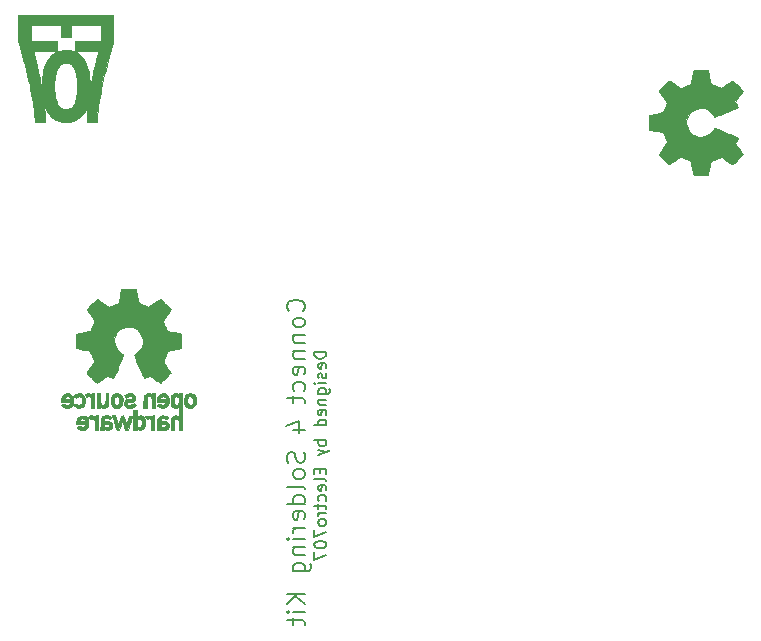
<source format=gbr>
G04 #@! TF.GenerationSoftware,KiCad,Pcbnew,5.1.6+dfsg1-1*
G04 #@! TF.CreationDate,2020-07-01T02:54:36-04:00*
G04 #@! TF.ProjectId,PCB,5043422e-6b69-4636-9164-5f7063625858,rev?*
G04 #@! TF.SameCoordinates,Original*
G04 #@! TF.FileFunction,Legend,Bot*
G04 #@! TF.FilePolarity,Positive*
%FSLAX46Y46*%
G04 Gerber Fmt 4.6, Leading zero omitted, Abs format (unit mm)*
G04 Created by KiCad (PCBNEW 5.1.6+dfsg1-1) date 2020-07-01 02:54:36*
%MOMM*%
%LPD*%
G01*
G04 APERTURE LIST*
%ADD10C,0.150000*%
%ADD11C,0.190500*%
%ADD12C,0.010000*%
G04 APERTURE END LIST*
D10*
X132532380Y-107062095D02*
X131532380Y-107062095D01*
X131532380Y-107300190D01*
X131580000Y-107443047D01*
X131675238Y-107538285D01*
X131770476Y-107585904D01*
X131960952Y-107633523D01*
X132103809Y-107633523D01*
X132294285Y-107585904D01*
X132389523Y-107538285D01*
X132484761Y-107443047D01*
X132532380Y-107300190D01*
X132532380Y-107062095D01*
X132484761Y-108443047D02*
X132532380Y-108347809D01*
X132532380Y-108157333D01*
X132484761Y-108062095D01*
X132389523Y-108014476D01*
X132008571Y-108014476D01*
X131913333Y-108062095D01*
X131865714Y-108157333D01*
X131865714Y-108347809D01*
X131913333Y-108443047D01*
X132008571Y-108490666D01*
X132103809Y-108490666D01*
X132199047Y-108014476D01*
X132484761Y-108871619D02*
X132532380Y-108966857D01*
X132532380Y-109157333D01*
X132484761Y-109252571D01*
X132389523Y-109300190D01*
X132341904Y-109300190D01*
X132246666Y-109252571D01*
X132199047Y-109157333D01*
X132199047Y-109014476D01*
X132151428Y-108919238D01*
X132056190Y-108871619D01*
X132008571Y-108871619D01*
X131913333Y-108919238D01*
X131865714Y-109014476D01*
X131865714Y-109157333D01*
X131913333Y-109252571D01*
X132532380Y-109728761D02*
X131865714Y-109728761D01*
X131532380Y-109728761D02*
X131580000Y-109681142D01*
X131627619Y-109728761D01*
X131580000Y-109776380D01*
X131532380Y-109728761D01*
X131627619Y-109728761D01*
X131865714Y-110633523D02*
X132675238Y-110633523D01*
X132770476Y-110585904D01*
X132818095Y-110538285D01*
X132865714Y-110443047D01*
X132865714Y-110300190D01*
X132818095Y-110204952D01*
X132484761Y-110633523D02*
X132532380Y-110538285D01*
X132532380Y-110347809D01*
X132484761Y-110252571D01*
X132437142Y-110204952D01*
X132341904Y-110157333D01*
X132056190Y-110157333D01*
X131960952Y-110204952D01*
X131913333Y-110252571D01*
X131865714Y-110347809D01*
X131865714Y-110538285D01*
X131913333Y-110633523D01*
X131865714Y-111109714D02*
X132532380Y-111109714D01*
X131960952Y-111109714D02*
X131913333Y-111157333D01*
X131865714Y-111252571D01*
X131865714Y-111395428D01*
X131913333Y-111490666D01*
X132008571Y-111538285D01*
X132532380Y-111538285D01*
X132484761Y-112395428D02*
X132532380Y-112300190D01*
X132532380Y-112109714D01*
X132484761Y-112014476D01*
X132389523Y-111966857D01*
X132008571Y-111966857D01*
X131913333Y-112014476D01*
X131865714Y-112109714D01*
X131865714Y-112300190D01*
X131913333Y-112395428D01*
X132008571Y-112443047D01*
X132103809Y-112443047D01*
X132199047Y-111966857D01*
X132532380Y-113300190D02*
X131532380Y-113300190D01*
X132484761Y-113300190D02*
X132532380Y-113204952D01*
X132532380Y-113014476D01*
X132484761Y-112919238D01*
X132437142Y-112871619D01*
X132341904Y-112824000D01*
X132056190Y-112824000D01*
X131960952Y-112871619D01*
X131913333Y-112919238D01*
X131865714Y-113014476D01*
X131865714Y-113204952D01*
X131913333Y-113300190D01*
X132532380Y-114538285D02*
X131532380Y-114538285D01*
X131913333Y-114538285D02*
X131865714Y-114633523D01*
X131865714Y-114824000D01*
X131913333Y-114919238D01*
X131960952Y-114966857D01*
X132056190Y-115014476D01*
X132341904Y-115014476D01*
X132437142Y-114966857D01*
X132484761Y-114919238D01*
X132532380Y-114824000D01*
X132532380Y-114633523D01*
X132484761Y-114538285D01*
X131865714Y-115347809D02*
X132532380Y-115585904D01*
X131865714Y-115824000D02*
X132532380Y-115585904D01*
X132770476Y-115490666D01*
X132818095Y-115443047D01*
X132865714Y-115347809D01*
X132008571Y-116966857D02*
X132008571Y-117300190D01*
X132532380Y-117443047D02*
X132532380Y-116966857D01*
X131532380Y-116966857D01*
X131532380Y-117443047D01*
X132532380Y-118014476D02*
X132484761Y-117919238D01*
X132389523Y-117871619D01*
X131532380Y-117871619D01*
X132484761Y-118776380D02*
X132532380Y-118681142D01*
X132532380Y-118490666D01*
X132484761Y-118395428D01*
X132389523Y-118347809D01*
X132008571Y-118347809D01*
X131913333Y-118395428D01*
X131865714Y-118490666D01*
X131865714Y-118681142D01*
X131913333Y-118776380D01*
X132008571Y-118824000D01*
X132103809Y-118824000D01*
X132199047Y-118347809D01*
X132484761Y-119681142D02*
X132532380Y-119585904D01*
X132532380Y-119395428D01*
X132484761Y-119300190D01*
X132437142Y-119252571D01*
X132341904Y-119204952D01*
X132056190Y-119204952D01*
X131960952Y-119252571D01*
X131913333Y-119300190D01*
X131865714Y-119395428D01*
X131865714Y-119585904D01*
X131913333Y-119681142D01*
X131865714Y-119966857D02*
X131865714Y-120347809D01*
X131532380Y-120109714D02*
X132389523Y-120109714D01*
X132484761Y-120157333D01*
X132532380Y-120252571D01*
X132532380Y-120347809D01*
X132532380Y-120681142D02*
X131865714Y-120681142D01*
X132056190Y-120681142D02*
X131960952Y-120728761D01*
X131913333Y-120776380D01*
X131865714Y-120871619D01*
X131865714Y-120966857D01*
X132532380Y-121443047D02*
X132484761Y-121347809D01*
X132437142Y-121300190D01*
X132341904Y-121252571D01*
X132056190Y-121252571D01*
X131960952Y-121300190D01*
X131913333Y-121347809D01*
X131865714Y-121443047D01*
X131865714Y-121585904D01*
X131913333Y-121681142D01*
X131960952Y-121728761D01*
X132056190Y-121776380D01*
X132341904Y-121776380D01*
X132437142Y-121728761D01*
X132484761Y-121681142D01*
X132532380Y-121585904D01*
X132532380Y-121443047D01*
X131532380Y-122109714D02*
X131532380Y-122776380D01*
X132532380Y-122347809D01*
X131532380Y-123347809D02*
X131532380Y-123443047D01*
X131580000Y-123538285D01*
X131627619Y-123585904D01*
X131722857Y-123633523D01*
X131913333Y-123681142D01*
X132151428Y-123681142D01*
X132341904Y-123633523D01*
X132437142Y-123585904D01*
X132484761Y-123538285D01*
X132532380Y-123443047D01*
X132532380Y-123347809D01*
X132484761Y-123252571D01*
X132437142Y-123204952D01*
X132341904Y-123157333D01*
X132151428Y-123109714D01*
X131913333Y-123109714D01*
X131722857Y-123157333D01*
X131627619Y-123204952D01*
X131580000Y-123252571D01*
X131532380Y-123347809D01*
X131532380Y-124014476D02*
X131532380Y-124681142D01*
X132532380Y-124252571D01*
D11*
X130592285Y-103595714D02*
X130664857Y-103523142D01*
X130737428Y-103305428D01*
X130737428Y-103160285D01*
X130664857Y-102942571D01*
X130519714Y-102797428D01*
X130374571Y-102724857D01*
X130084285Y-102652285D01*
X129866571Y-102652285D01*
X129576285Y-102724857D01*
X129431142Y-102797428D01*
X129286000Y-102942571D01*
X129213428Y-103160285D01*
X129213428Y-103305428D01*
X129286000Y-103523142D01*
X129358571Y-103595714D01*
X130737428Y-104466571D02*
X130664857Y-104321428D01*
X130592285Y-104248857D01*
X130447142Y-104176285D01*
X130011714Y-104176285D01*
X129866571Y-104248857D01*
X129794000Y-104321428D01*
X129721428Y-104466571D01*
X129721428Y-104684285D01*
X129794000Y-104829428D01*
X129866571Y-104902000D01*
X130011714Y-104974571D01*
X130447142Y-104974571D01*
X130592285Y-104902000D01*
X130664857Y-104829428D01*
X130737428Y-104684285D01*
X130737428Y-104466571D01*
X129721428Y-105627714D02*
X130737428Y-105627714D01*
X129866571Y-105627714D02*
X129794000Y-105700285D01*
X129721428Y-105845428D01*
X129721428Y-106063142D01*
X129794000Y-106208285D01*
X129939142Y-106280857D01*
X130737428Y-106280857D01*
X129721428Y-107006571D02*
X130737428Y-107006571D01*
X129866571Y-107006571D02*
X129794000Y-107079142D01*
X129721428Y-107224285D01*
X129721428Y-107442000D01*
X129794000Y-107587142D01*
X129939142Y-107659714D01*
X130737428Y-107659714D01*
X130664857Y-108966000D02*
X130737428Y-108820857D01*
X130737428Y-108530571D01*
X130664857Y-108385428D01*
X130519714Y-108312857D01*
X129939142Y-108312857D01*
X129794000Y-108385428D01*
X129721428Y-108530571D01*
X129721428Y-108820857D01*
X129794000Y-108966000D01*
X129939142Y-109038571D01*
X130084285Y-109038571D01*
X130229428Y-108312857D01*
X130664857Y-110344857D02*
X130737428Y-110199714D01*
X130737428Y-109909428D01*
X130664857Y-109764285D01*
X130592285Y-109691714D01*
X130447142Y-109619142D01*
X130011714Y-109619142D01*
X129866571Y-109691714D01*
X129794000Y-109764285D01*
X129721428Y-109909428D01*
X129721428Y-110199714D01*
X129794000Y-110344857D01*
X129721428Y-110780285D02*
X129721428Y-111360857D01*
X129213428Y-110998000D02*
X130519714Y-110998000D01*
X130664857Y-111070571D01*
X130737428Y-111215714D01*
X130737428Y-111360857D01*
X129721428Y-113683142D02*
X130737428Y-113683142D01*
X129140857Y-113320285D02*
X130229428Y-112957428D01*
X130229428Y-113900857D01*
X130664857Y-115570000D02*
X130737428Y-115787714D01*
X130737428Y-116150571D01*
X130664857Y-116295714D01*
X130592285Y-116368285D01*
X130447142Y-116440857D01*
X130302000Y-116440857D01*
X130156857Y-116368285D01*
X130084285Y-116295714D01*
X130011714Y-116150571D01*
X129939142Y-115860285D01*
X129866571Y-115715142D01*
X129794000Y-115642571D01*
X129648857Y-115570000D01*
X129503714Y-115570000D01*
X129358571Y-115642571D01*
X129286000Y-115715142D01*
X129213428Y-115860285D01*
X129213428Y-116223142D01*
X129286000Y-116440857D01*
X130737428Y-117311714D02*
X130664857Y-117166571D01*
X130592285Y-117094000D01*
X130447142Y-117021428D01*
X130011714Y-117021428D01*
X129866571Y-117094000D01*
X129794000Y-117166571D01*
X129721428Y-117311714D01*
X129721428Y-117529428D01*
X129794000Y-117674571D01*
X129866571Y-117747142D01*
X130011714Y-117819714D01*
X130447142Y-117819714D01*
X130592285Y-117747142D01*
X130664857Y-117674571D01*
X130737428Y-117529428D01*
X130737428Y-117311714D01*
X130737428Y-118690571D02*
X130664857Y-118545428D01*
X130519714Y-118472857D01*
X129213428Y-118472857D01*
X130737428Y-119924285D02*
X129213428Y-119924285D01*
X130664857Y-119924285D02*
X130737428Y-119779142D01*
X130737428Y-119488857D01*
X130664857Y-119343714D01*
X130592285Y-119271142D01*
X130447142Y-119198571D01*
X130011714Y-119198571D01*
X129866571Y-119271142D01*
X129794000Y-119343714D01*
X129721428Y-119488857D01*
X129721428Y-119779142D01*
X129794000Y-119924285D01*
X130664857Y-121230571D02*
X130737428Y-121085428D01*
X130737428Y-120795142D01*
X130664857Y-120650000D01*
X130519714Y-120577428D01*
X129939142Y-120577428D01*
X129794000Y-120650000D01*
X129721428Y-120795142D01*
X129721428Y-121085428D01*
X129794000Y-121230571D01*
X129939142Y-121303142D01*
X130084285Y-121303142D01*
X130229428Y-120577428D01*
X130737428Y-121956285D02*
X129721428Y-121956285D01*
X130011714Y-121956285D02*
X129866571Y-122028857D01*
X129794000Y-122101428D01*
X129721428Y-122246571D01*
X129721428Y-122391714D01*
X130737428Y-122899714D02*
X129721428Y-122899714D01*
X129213428Y-122899714D02*
X129286000Y-122827142D01*
X129358571Y-122899714D01*
X129286000Y-122972285D01*
X129213428Y-122899714D01*
X129358571Y-122899714D01*
X129721428Y-123625428D02*
X130737428Y-123625428D01*
X129866571Y-123625428D02*
X129794000Y-123698000D01*
X129721428Y-123843142D01*
X129721428Y-124060857D01*
X129794000Y-124206000D01*
X129939142Y-124278571D01*
X130737428Y-124278571D01*
X129721428Y-125657428D02*
X130955142Y-125657428D01*
X131100285Y-125584857D01*
X131172857Y-125512285D01*
X131245428Y-125367142D01*
X131245428Y-125149428D01*
X131172857Y-125004285D01*
X130664857Y-125657428D02*
X130737428Y-125512285D01*
X130737428Y-125222000D01*
X130664857Y-125076857D01*
X130592285Y-125004285D01*
X130447142Y-124931714D01*
X130011714Y-124931714D01*
X129866571Y-125004285D01*
X129794000Y-125076857D01*
X129721428Y-125222000D01*
X129721428Y-125512285D01*
X129794000Y-125657428D01*
X130737428Y-127544285D02*
X129213428Y-127544285D01*
X130737428Y-128415142D02*
X129866571Y-127762000D01*
X129213428Y-128415142D02*
X130084285Y-127544285D01*
X130737428Y-129068285D02*
X129721428Y-129068285D01*
X129213428Y-129068285D02*
X129286000Y-128995714D01*
X129358571Y-129068285D01*
X129286000Y-129140857D01*
X129213428Y-129068285D01*
X129358571Y-129068285D01*
X129721428Y-129576285D02*
X129721428Y-130156857D01*
X129213428Y-129794000D02*
X130519714Y-129794000D01*
X130664857Y-129866571D01*
X130737428Y-130011714D01*
X130737428Y-130156857D01*
D12*
G36*
X106460000Y-80771098D02*
G01*
X106495875Y-80882049D01*
X106524600Y-80973233D01*
X106557533Y-81081913D01*
X106594145Y-81206154D01*
X106633910Y-81344020D01*
X106676299Y-81493577D01*
X106720786Y-81652888D01*
X106766843Y-81820019D01*
X106813943Y-81993035D01*
X106861558Y-82169999D01*
X106909161Y-82348977D01*
X106956224Y-82528033D01*
X107002221Y-82705232D01*
X107046622Y-82878639D01*
X107088902Y-83046318D01*
X107121540Y-83177863D01*
X107229153Y-83623364D01*
X107328275Y-84050800D01*
X107418913Y-84460212D01*
X107501072Y-84851638D01*
X107574761Y-85225121D01*
X107639986Y-85580698D01*
X107696753Y-85918410D01*
X107745071Y-86238298D01*
X107784946Y-86540400D01*
X107816385Y-86824758D01*
X107839395Y-87091410D01*
X107853983Y-87340397D01*
X107856160Y-87395500D01*
X107863035Y-87588000D01*
X108720000Y-87588000D01*
X108719905Y-87455500D01*
X108717933Y-87315937D01*
X108712181Y-87160211D01*
X108702609Y-86987785D01*
X108689178Y-86798121D01*
X108671849Y-86590682D01*
X108650582Y-86364933D01*
X108625338Y-86120335D01*
X108614695Y-86022338D01*
X108614249Y-86008412D01*
X108617950Y-86011159D01*
X108626090Y-86031271D01*
X108638957Y-86069440D01*
X108652714Y-86113000D01*
X108726730Y-86327156D01*
X108810544Y-86523994D01*
X108904306Y-86703714D01*
X109008170Y-86866517D01*
X109122284Y-87012605D01*
X109246802Y-87142177D01*
X109381873Y-87255436D01*
X109527649Y-87352581D01*
X109625000Y-87405574D01*
X109759233Y-87465921D01*
X109896532Y-87513420D01*
X110039921Y-87548709D01*
X110192424Y-87572425D01*
X110357065Y-87585206D01*
X110490001Y-87588000D01*
X110665962Y-87582963D01*
X110827514Y-87567433D01*
X110977645Y-87540779D01*
X111119345Y-87502371D01*
X111255602Y-87451578D01*
X111354789Y-87405596D01*
X111449600Y-87354907D01*
X111534003Y-87302411D01*
X111613381Y-87244196D01*
X111693119Y-87176349D01*
X111768460Y-87104981D01*
X111884961Y-86978550D01*
X111991240Y-86838359D01*
X112087828Y-86683460D01*
X112175258Y-86512908D01*
X112254062Y-86325759D01*
X112324774Y-86121066D01*
X112327287Y-86113000D01*
X112344111Y-86060020D01*
X112355975Y-86025647D01*
X112363172Y-86009188D01*
X112365991Y-86009950D01*
X112365306Y-86022338D01*
X112338540Y-86274239D01*
X112315767Y-86507087D01*
X112296946Y-86721421D01*
X112282039Y-86917775D01*
X112271005Y-87096688D01*
X112263806Y-87258697D01*
X112260403Y-87404338D01*
X112260096Y-87455500D01*
X112260000Y-87588000D01*
X113120000Y-87588000D01*
X113120146Y-87505500D01*
X113121152Y-87448873D01*
X113123841Y-87376513D01*
X113127966Y-87292593D01*
X113133281Y-87201288D01*
X113139538Y-87106772D01*
X113146493Y-87013217D01*
X113153897Y-86924798D01*
X113155420Y-86908000D01*
X113182622Y-86645973D01*
X113217624Y-86366300D01*
X113260282Y-86069688D01*
X113279796Y-85948000D01*
X112380000Y-85948000D01*
X112376342Y-85956231D01*
X112373334Y-85954666D01*
X112372137Y-85942799D01*
X112373334Y-85941333D01*
X112379279Y-85942706D01*
X112380000Y-85948000D01*
X113279796Y-85948000D01*
X113310450Y-85756846D01*
X113367983Y-85428481D01*
X113432736Y-85085300D01*
X113504562Y-84728012D01*
X113583318Y-84357323D01*
X113668857Y-83973942D01*
X113761034Y-83578576D01*
X113859704Y-83171934D01*
X113964723Y-82754721D01*
X114075943Y-82327647D01*
X114161525Y-82008000D01*
X114189215Y-81906491D01*
X114219305Y-81797527D01*
X114251049Y-81683706D01*
X114283705Y-81567626D01*
X114316528Y-81451888D01*
X114348775Y-81339090D01*
X114379702Y-81231832D01*
X114408564Y-81132711D01*
X114434619Y-81044327D01*
X114457121Y-80969280D01*
X114475327Y-80910168D01*
X114479744Y-80896230D01*
X114520001Y-80770308D01*
X114520001Y-79649154D01*
X114520001Y-79388000D01*
X113460000Y-79388000D01*
X113460000Y-80728000D01*
X111260000Y-80728000D01*
X111260000Y-81588000D01*
X113246603Y-81588000D01*
X113212627Y-81705500D01*
X113177592Y-81830586D01*
X113139633Y-81973379D01*
X113099217Y-82131876D01*
X113056814Y-82304073D01*
X113012890Y-82487966D01*
X112967913Y-82681553D01*
X112922352Y-82882829D01*
X112876675Y-83089792D01*
X112831348Y-83300437D01*
X112786840Y-83512763D01*
X112760140Y-83643000D01*
X112743941Y-83723895D01*
X112725583Y-83817609D01*
X112705587Y-83921321D01*
X112684477Y-84032207D01*
X112662774Y-84147446D01*
X112641002Y-84264216D01*
X112619681Y-84379695D01*
X112599335Y-84491060D01*
X112580486Y-84595491D01*
X112563656Y-84690163D01*
X112549368Y-84772256D01*
X112538143Y-84838948D01*
X112533865Y-84865500D01*
X112526802Y-84909995D01*
X112520971Y-84946179D01*
X112517009Y-84970134D01*
X112515562Y-84978000D01*
X112515442Y-84968348D01*
X112515330Y-84940780D01*
X112515230Y-84897381D01*
X112515144Y-84840236D01*
X112515076Y-84771428D01*
X112515028Y-84693044D01*
X112515003Y-84607166D01*
X112515000Y-84565500D01*
X112514865Y-84510987D01*
X111453920Y-84510987D01*
X111453872Y-84617146D01*
X111452983Y-84721258D01*
X111451254Y-84819654D01*
X111448685Y-84908660D01*
X111445275Y-84984606D01*
X111441555Y-85038000D01*
X111416967Y-85260540D01*
X111383982Y-85465224D01*
X111342621Y-85652013D01*
X111292902Y-85820870D01*
X111234847Y-85971759D01*
X111168474Y-86104643D01*
X111093803Y-86219484D01*
X111010855Y-86316246D01*
X110919649Y-86394891D01*
X110820205Y-86455384D01*
X110712543Y-86497686D01*
X110650021Y-86513148D01*
X110573749Y-86523325D01*
X110488275Y-86526514D01*
X110403143Y-86522694D01*
X110337746Y-86513838D01*
X110224285Y-86482250D01*
X110119214Y-86432511D01*
X110022537Y-86364627D01*
X109934256Y-86278604D01*
X109854375Y-86174449D01*
X109782897Y-86052165D01*
X109736105Y-85948000D01*
X108610000Y-85948000D01*
X108606342Y-85956231D01*
X108603334Y-85954666D01*
X108602137Y-85942799D01*
X108603334Y-85941333D01*
X108609279Y-85942706D01*
X108610000Y-85948000D01*
X109736105Y-85948000D01*
X109719825Y-85911761D01*
X109665162Y-85753241D01*
X109618911Y-85576611D01*
X109581076Y-85381878D01*
X109551660Y-85169046D01*
X109538517Y-85038000D01*
X109534400Y-84976857D01*
X109531114Y-84899399D01*
X109528660Y-84809290D01*
X109527038Y-84710197D01*
X109526247Y-84605787D01*
X109526289Y-84499725D01*
X109527162Y-84395679D01*
X109528866Y-84297313D01*
X109531403Y-84208295D01*
X109534771Y-84132290D01*
X109538517Y-84078000D01*
X109562814Y-83856279D01*
X109595300Y-83652706D01*
X109636015Y-83467165D01*
X109684997Y-83299540D01*
X109742285Y-83149715D01*
X109807918Y-83017575D01*
X109881937Y-82903002D01*
X109964379Y-82805881D01*
X109968641Y-82801563D01*
X110060133Y-82722424D01*
X110159107Y-82661720D01*
X110266069Y-82619241D01*
X110381525Y-82594782D01*
X110490000Y-82588000D01*
X110613851Y-82597076D01*
X110729308Y-82624305D01*
X110836369Y-82669687D01*
X110935035Y-82733221D01*
X111025306Y-82814908D01*
X111107182Y-82914747D01*
X111180663Y-83032738D01*
X111245749Y-83168881D01*
X111302439Y-83323176D01*
X111350733Y-83495622D01*
X111390632Y-83686220D01*
X111422136Y-83894969D01*
X111441555Y-84078000D01*
X111445709Y-84139318D01*
X111449022Y-84216947D01*
X111451495Y-84307216D01*
X111453128Y-84406453D01*
X111453920Y-84510987D01*
X112514865Y-84510987D01*
X112514670Y-84433190D01*
X112513551Y-84317468D01*
X112511452Y-84214930D01*
X112508183Y-84122173D01*
X112503551Y-84035792D01*
X112497367Y-83952385D01*
X112489439Y-83868548D01*
X112479576Y-83780877D01*
X112467586Y-83685969D01*
X112464176Y-83660281D01*
X112423233Y-83405226D01*
X112370734Y-83165419D01*
X112306764Y-82941092D01*
X112231410Y-82732480D01*
X112144758Y-82539817D01*
X112046893Y-82363336D01*
X111937902Y-82203273D01*
X111921221Y-82181493D01*
X111879104Y-82130508D01*
X111828003Y-82073566D01*
X111772423Y-82015299D01*
X111716870Y-81960336D01*
X111665850Y-81913306D01*
X111635000Y-81887390D01*
X111491642Y-81786461D01*
X111336654Y-81701296D01*
X111171359Y-81632423D01*
X110997082Y-81580368D01*
X110815144Y-81545656D01*
X110757895Y-81538554D01*
X110695142Y-81533551D01*
X110618181Y-81530225D01*
X110532729Y-81528575D01*
X110444507Y-81528601D01*
X110359236Y-81530304D01*
X110282635Y-81533683D01*
X110222106Y-81538554D01*
X110034677Y-81568162D01*
X109857135Y-81615089D01*
X109689606Y-81679195D01*
X109532215Y-81760344D01*
X109385086Y-81858398D01*
X109248345Y-81973218D01*
X109122118Y-82104668D01*
X109006528Y-82252610D01*
X108901701Y-82416905D01*
X108807763Y-82597416D01*
X108724838Y-82794005D01*
X108653051Y-83006536D01*
X108592528Y-83234869D01*
X108564910Y-83363000D01*
X108540313Y-83493821D01*
X108519731Y-83620702D01*
X108502897Y-83746854D01*
X108489541Y-83875493D01*
X108479397Y-84009829D01*
X108472194Y-84153077D01*
X108467667Y-84308449D01*
X108465545Y-84479159D01*
X108465307Y-84556048D01*
X108465000Y-84979096D01*
X108447356Y-84871048D01*
X108416911Y-84689786D01*
X108383121Y-84497962D01*
X108346402Y-84297519D01*
X108307171Y-84090401D01*
X108265845Y-83878550D01*
X108222840Y-83663908D01*
X108178572Y-83448420D01*
X108133460Y-83234027D01*
X108087918Y-83022673D01*
X108042364Y-82816300D01*
X107997215Y-82616852D01*
X107952887Y-82426271D01*
X107909796Y-82246500D01*
X107868361Y-82079483D01*
X107828996Y-81927161D01*
X107792120Y-81791479D01*
X107771327Y-81718746D01*
X107733108Y-81588000D01*
X109720000Y-81588000D01*
X109720000Y-80728000D01*
X107520000Y-80728000D01*
X107520000Y-79388000D01*
X110060000Y-79388000D01*
X110060000Y-80388000D01*
X110920000Y-80388000D01*
X110920000Y-79388000D01*
X113460000Y-79388000D01*
X114520001Y-79388000D01*
X114520000Y-78528000D01*
X106460000Y-78528000D01*
X106460000Y-80771098D01*
G37*
X106460000Y-80771098D02*
X106495875Y-80882049D01*
X106524600Y-80973233D01*
X106557533Y-81081913D01*
X106594145Y-81206154D01*
X106633910Y-81344020D01*
X106676299Y-81493577D01*
X106720786Y-81652888D01*
X106766843Y-81820019D01*
X106813943Y-81993035D01*
X106861558Y-82169999D01*
X106909161Y-82348977D01*
X106956224Y-82528033D01*
X107002221Y-82705232D01*
X107046622Y-82878639D01*
X107088902Y-83046318D01*
X107121540Y-83177863D01*
X107229153Y-83623364D01*
X107328275Y-84050800D01*
X107418913Y-84460212D01*
X107501072Y-84851638D01*
X107574761Y-85225121D01*
X107639986Y-85580698D01*
X107696753Y-85918410D01*
X107745071Y-86238298D01*
X107784946Y-86540400D01*
X107816385Y-86824758D01*
X107839395Y-87091410D01*
X107853983Y-87340397D01*
X107856160Y-87395500D01*
X107863035Y-87588000D01*
X108720000Y-87588000D01*
X108719905Y-87455500D01*
X108717933Y-87315937D01*
X108712181Y-87160211D01*
X108702609Y-86987785D01*
X108689178Y-86798121D01*
X108671849Y-86590682D01*
X108650582Y-86364933D01*
X108625338Y-86120335D01*
X108614695Y-86022338D01*
X108614249Y-86008412D01*
X108617950Y-86011159D01*
X108626090Y-86031271D01*
X108638957Y-86069440D01*
X108652714Y-86113000D01*
X108726730Y-86327156D01*
X108810544Y-86523994D01*
X108904306Y-86703714D01*
X109008170Y-86866517D01*
X109122284Y-87012605D01*
X109246802Y-87142177D01*
X109381873Y-87255436D01*
X109527649Y-87352581D01*
X109625000Y-87405574D01*
X109759233Y-87465921D01*
X109896532Y-87513420D01*
X110039921Y-87548709D01*
X110192424Y-87572425D01*
X110357065Y-87585206D01*
X110490001Y-87588000D01*
X110665962Y-87582963D01*
X110827514Y-87567433D01*
X110977645Y-87540779D01*
X111119345Y-87502371D01*
X111255602Y-87451578D01*
X111354789Y-87405596D01*
X111449600Y-87354907D01*
X111534003Y-87302411D01*
X111613381Y-87244196D01*
X111693119Y-87176349D01*
X111768460Y-87104981D01*
X111884961Y-86978550D01*
X111991240Y-86838359D01*
X112087828Y-86683460D01*
X112175258Y-86512908D01*
X112254062Y-86325759D01*
X112324774Y-86121066D01*
X112327287Y-86113000D01*
X112344111Y-86060020D01*
X112355975Y-86025647D01*
X112363172Y-86009188D01*
X112365991Y-86009950D01*
X112365306Y-86022338D01*
X112338540Y-86274239D01*
X112315767Y-86507087D01*
X112296946Y-86721421D01*
X112282039Y-86917775D01*
X112271005Y-87096688D01*
X112263806Y-87258697D01*
X112260403Y-87404338D01*
X112260096Y-87455500D01*
X112260000Y-87588000D01*
X113120000Y-87588000D01*
X113120146Y-87505500D01*
X113121152Y-87448873D01*
X113123841Y-87376513D01*
X113127966Y-87292593D01*
X113133281Y-87201288D01*
X113139538Y-87106772D01*
X113146493Y-87013217D01*
X113153897Y-86924798D01*
X113155420Y-86908000D01*
X113182622Y-86645973D01*
X113217624Y-86366300D01*
X113260282Y-86069688D01*
X113279796Y-85948000D01*
X112380000Y-85948000D01*
X112376342Y-85956231D01*
X112373334Y-85954666D01*
X112372137Y-85942799D01*
X112373334Y-85941333D01*
X112379279Y-85942706D01*
X112380000Y-85948000D01*
X113279796Y-85948000D01*
X113310450Y-85756846D01*
X113367983Y-85428481D01*
X113432736Y-85085300D01*
X113504562Y-84728012D01*
X113583318Y-84357323D01*
X113668857Y-83973942D01*
X113761034Y-83578576D01*
X113859704Y-83171934D01*
X113964723Y-82754721D01*
X114075943Y-82327647D01*
X114161525Y-82008000D01*
X114189215Y-81906491D01*
X114219305Y-81797527D01*
X114251049Y-81683706D01*
X114283705Y-81567626D01*
X114316528Y-81451888D01*
X114348775Y-81339090D01*
X114379702Y-81231832D01*
X114408564Y-81132711D01*
X114434619Y-81044327D01*
X114457121Y-80969280D01*
X114475327Y-80910168D01*
X114479744Y-80896230D01*
X114520001Y-80770308D01*
X114520001Y-79649154D01*
X114520001Y-79388000D01*
X113460000Y-79388000D01*
X113460000Y-80728000D01*
X111260000Y-80728000D01*
X111260000Y-81588000D01*
X113246603Y-81588000D01*
X113212627Y-81705500D01*
X113177592Y-81830586D01*
X113139633Y-81973379D01*
X113099217Y-82131876D01*
X113056814Y-82304073D01*
X113012890Y-82487966D01*
X112967913Y-82681553D01*
X112922352Y-82882829D01*
X112876675Y-83089792D01*
X112831348Y-83300437D01*
X112786840Y-83512763D01*
X112760140Y-83643000D01*
X112743941Y-83723895D01*
X112725583Y-83817609D01*
X112705587Y-83921321D01*
X112684477Y-84032207D01*
X112662774Y-84147446D01*
X112641002Y-84264216D01*
X112619681Y-84379695D01*
X112599335Y-84491060D01*
X112580486Y-84595491D01*
X112563656Y-84690163D01*
X112549368Y-84772256D01*
X112538143Y-84838948D01*
X112533865Y-84865500D01*
X112526802Y-84909995D01*
X112520971Y-84946179D01*
X112517009Y-84970134D01*
X112515562Y-84978000D01*
X112515442Y-84968348D01*
X112515330Y-84940780D01*
X112515230Y-84897381D01*
X112515144Y-84840236D01*
X112515076Y-84771428D01*
X112515028Y-84693044D01*
X112515003Y-84607166D01*
X112515000Y-84565500D01*
X112514865Y-84510987D01*
X111453920Y-84510987D01*
X111453872Y-84617146D01*
X111452983Y-84721258D01*
X111451254Y-84819654D01*
X111448685Y-84908660D01*
X111445275Y-84984606D01*
X111441555Y-85038000D01*
X111416967Y-85260540D01*
X111383982Y-85465224D01*
X111342621Y-85652013D01*
X111292902Y-85820870D01*
X111234847Y-85971759D01*
X111168474Y-86104643D01*
X111093803Y-86219484D01*
X111010855Y-86316246D01*
X110919649Y-86394891D01*
X110820205Y-86455384D01*
X110712543Y-86497686D01*
X110650021Y-86513148D01*
X110573749Y-86523325D01*
X110488275Y-86526514D01*
X110403143Y-86522694D01*
X110337746Y-86513838D01*
X110224285Y-86482250D01*
X110119214Y-86432511D01*
X110022537Y-86364627D01*
X109934256Y-86278604D01*
X109854375Y-86174449D01*
X109782897Y-86052165D01*
X109736105Y-85948000D01*
X108610000Y-85948000D01*
X108606342Y-85956231D01*
X108603334Y-85954666D01*
X108602137Y-85942799D01*
X108603334Y-85941333D01*
X108609279Y-85942706D01*
X108610000Y-85948000D01*
X109736105Y-85948000D01*
X109719825Y-85911761D01*
X109665162Y-85753241D01*
X109618911Y-85576611D01*
X109581076Y-85381878D01*
X109551660Y-85169046D01*
X109538517Y-85038000D01*
X109534400Y-84976857D01*
X109531114Y-84899399D01*
X109528660Y-84809290D01*
X109527038Y-84710197D01*
X109526247Y-84605787D01*
X109526289Y-84499725D01*
X109527162Y-84395679D01*
X109528866Y-84297313D01*
X109531403Y-84208295D01*
X109534771Y-84132290D01*
X109538517Y-84078000D01*
X109562814Y-83856279D01*
X109595300Y-83652706D01*
X109636015Y-83467165D01*
X109684997Y-83299540D01*
X109742285Y-83149715D01*
X109807918Y-83017575D01*
X109881937Y-82903002D01*
X109964379Y-82805881D01*
X109968641Y-82801563D01*
X110060133Y-82722424D01*
X110159107Y-82661720D01*
X110266069Y-82619241D01*
X110381525Y-82594782D01*
X110490000Y-82588000D01*
X110613851Y-82597076D01*
X110729308Y-82624305D01*
X110836369Y-82669687D01*
X110935035Y-82733221D01*
X111025306Y-82814908D01*
X111107182Y-82914747D01*
X111180663Y-83032738D01*
X111245749Y-83168881D01*
X111302439Y-83323176D01*
X111350733Y-83495622D01*
X111390632Y-83686220D01*
X111422136Y-83894969D01*
X111441555Y-84078000D01*
X111445709Y-84139318D01*
X111449022Y-84216947D01*
X111451495Y-84307216D01*
X111453128Y-84406453D01*
X111453920Y-84510987D01*
X112514865Y-84510987D01*
X112514670Y-84433190D01*
X112513551Y-84317468D01*
X112511452Y-84214930D01*
X112508183Y-84122173D01*
X112503551Y-84035792D01*
X112497367Y-83952385D01*
X112489439Y-83868548D01*
X112479576Y-83780877D01*
X112467586Y-83685969D01*
X112464176Y-83660281D01*
X112423233Y-83405226D01*
X112370734Y-83165419D01*
X112306764Y-82941092D01*
X112231410Y-82732480D01*
X112144758Y-82539817D01*
X112046893Y-82363336D01*
X111937902Y-82203273D01*
X111921221Y-82181493D01*
X111879104Y-82130508D01*
X111828003Y-82073566D01*
X111772423Y-82015299D01*
X111716870Y-81960336D01*
X111665850Y-81913306D01*
X111635000Y-81887390D01*
X111491642Y-81786461D01*
X111336654Y-81701296D01*
X111171359Y-81632423D01*
X110997082Y-81580368D01*
X110815144Y-81545656D01*
X110757895Y-81538554D01*
X110695142Y-81533551D01*
X110618181Y-81530225D01*
X110532729Y-81528575D01*
X110444507Y-81528601D01*
X110359236Y-81530304D01*
X110282635Y-81533683D01*
X110222106Y-81538554D01*
X110034677Y-81568162D01*
X109857135Y-81615089D01*
X109689606Y-81679195D01*
X109532215Y-81760344D01*
X109385086Y-81858398D01*
X109248345Y-81973218D01*
X109122118Y-82104668D01*
X109006528Y-82252610D01*
X108901701Y-82416905D01*
X108807763Y-82597416D01*
X108724838Y-82794005D01*
X108653051Y-83006536D01*
X108592528Y-83234869D01*
X108564910Y-83363000D01*
X108540313Y-83493821D01*
X108519731Y-83620702D01*
X108502897Y-83746854D01*
X108489541Y-83875493D01*
X108479397Y-84009829D01*
X108472194Y-84153077D01*
X108467667Y-84308449D01*
X108465545Y-84479159D01*
X108465307Y-84556048D01*
X108465000Y-84979096D01*
X108447356Y-84871048D01*
X108416911Y-84689786D01*
X108383121Y-84497962D01*
X108346402Y-84297519D01*
X108307171Y-84090401D01*
X108265845Y-83878550D01*
X108222840Y-83663908D01*
X108178572Y-83448420D01*
X108133460Y-83234027D01*
X108087918Y-83022673D01*
X108042364Y-82816300D01*
X107997215Y-82616852D01*
X107952887Y-82426271D01*
X107909796Y-82246500D01*
X107868361Y-82079483D01*
X107828996Y-81927161D01*
X107792120Y-81791479D01*
X107771327Y-81718746D01*
X107733108Y-81588000D01*
X109720000Y-81588000D01*
X109720000Y-80728000D01*
X107520000Y-80728000D01*
X107520000Y-79388000D01*
X110060000Y-79388000D01*
X110060000Y-80388000D01*
X110920000Y-80388000D01*
X110920000Y-79388000D01*
X113460000Y-79388000D01*
X114520001Y-79388000D01*
X114520000Y-78528000D01*
X106460000Y-78528000D01*
X106460000Y-80771098D01*
G36*
X119604091Y-110605560D02*
G01*
X119551588Y-110631499D01*
X119486842Y-110676700D01*
X119439653Y-110725991D01*
X119407335Y-110787885D01*
X119387203Y-110870896D01*
X119376570Y-110983538D01*
X119372753Y-111134324D01*
X119372530Y-111199149D01*
X119373182Y-111341221D01*
X119375888Y-111442757D01*
X119381776Y-111513015D01*
X119391973Y-111561256D01*
X119407606Y-111596738D01*
X119423872Y-111620943D01*
X119527705Y-111723929D01*
X119649979Y-111785874D01*
X119781886Y-111804506D01*
X119914616Y-111777549D01*
X119956667Y-111758486D01*
X120057334Y-111706015D01*
X120057334Y-112528259D01*
X119983865Y-112490267D01*
X119887059Y-112460872D01*
X119768072Y-112453342D01*
X119649255Y-112467245D01*
X119559527Y-112498476D01*
X119485101Y-112557954D01*
X119421510Y-112643066D01*
X119416729Y-112651805D01*
X119396563Y-112692966D01*
X119381835Y-112734454D01*
X119371697Y-112784713D01*
X119365301Y-112852184D01*
X119361799Y-112945309D01*
X119360342Y-113072531D01*
X119360079Y-113215701D01*
X119360079Y-113672471D01*
X119634000Y-113672471D01*
X119634000Y-112830231D01*
X119710617Y-112765763D01*
X119790207Y-112714194D01*
X119865578Y-112704818D01*
X119941367Y-112728947D01*
X119981759Y-112752574D01*
X120011821Y-112786227D01*
X120033203Y-112837087D01*
X120047550Y-112912334D01*
X120056510Y-113019146D01*
X120061730Y-113164704D01*
X120063569Y-113261588D01*
X120069785Y-113660020D01*
X120200520Y-113667547D01*
X120331255Y-113675073D01*
X120331255Y-111202582D01*
X120057334Y-111202582D01*
X120050350Y-111340423D01*
X120026818Y-111436107D01*
X119982865Y-111495641D01*
X119914618Y-111525029D01*
X119845667Y-111530902D01*
X119767614Y-111524154D01*
X119715811Y-111497594D01*
X119683417Y-111462499D01*
X119657916Y-111424752D01*
X119642735Y-111382700D01*
X119635981Y-111323779D01*
X119635759Y-111235428D01*
X119638032Y-111161448D01*
X119643251Y-111050000D01*
X119651021Y-110976833D01*
X119664105Y-110930422D01*
X119685268Y-110899244D01*
X119705240Y-110881223D01*
X119788686Y-110841925D01*
X119887449Y-110835579D01*
X119944159Y-110849116D01*
X120000308Y-110897233D01*
X120037501Y-110990833D01*
X120055528Y-111129254D01*
X120057334Y-111202582D01*
X120331255Y-111202582D01*
X120331255Y-110584628D01*
X120194295Y-110584628D01*
X120112065Y-110587879D01*
X120069640Y-110599426D01*
X120057339Y-110621952D01*
X120057334Y-110622620D01*
X120051626Y-110644681D01*
X120026453Y-110642176D01*
X119976402Y-110617935D01*
X119859781Y-110580851D01*
X119728571Y-110576953D01*
X119604091Y-110605560D01*
G37*
X119604091Y-110605560D02*
X119551588Y-110631499D01*
X119486842Y-110676700D01*
X119439653Y-110725991D01*
X119407335Y-110787885D01*
X119387203Y-110870896D01*
X119376570Y-110983538D01*
X119372753Y-111134324D01*
X119372530Y-111199149D01*
X119373182Y-111341221D01*
X119375888Y-111442757D01*
X119381776Y-111513015D01*
X119391973Y-111561256D01*
X119407606Y-111596738D01*
X119423872Y-111620943D01*
X119527705Y-111723929D01*
X119649979Y-111785874D01*
X119781886Y-111804506D01*
X119914616Y-111777549D01*
X119956667Y-111758486D01*
X120057334Y-111706015D01*
X120057334Y-112528259D01*
X119983865Y-112490267D01*
X119887059Y-112460872D01*
X119768072Y-112453342D01*
X119649255Y-112467245D01*
X119559527Y-112498476D01*
X119485101Y-112557954D01*
X119421510Y-112643066D01*
X119416729Y-112651805D01*
X119396563Y-112692966D01*
X119381835Y-112734454D01*
X119371697Y-112784713D01*
X119365301Y-112852184D01*
X119361799Y-112945309D01*
X119360342Y-113072531D01*
X119360079Y-113215701D01*
X119360079Y-113672471D01*
X119634000Y-113672471D01*
X119634000Y-112830231D01*
X119710617Y-112765763D01*
X119790207Y-112714194D01*
X119865578Y-112704818D01*
X119941367Y-112728947D01*
X119981759Y-112752574D01*
X120011821Y-112786227D01*
X120033203Y-112837087D01*
X120047550Y-112912334D01*
X120056510Y-113019146D01*
X120061730Y-113164704D01*
X120063569Y-113261588D01*
X120069785Y-113660020D01*
X120200520Y-113667547D01*
X120331255Y-113675073D01*
X120331255Y-111202582D01*
X120057334Y-111202582D01*
X120050350Y-111340423D01*
X120026818Y-111436107D01*
X119982865Y-111495641D01*
X119914618Y-111525029D01*
X119845667Y-111530902D01*
X119767614Y-111524154D01*
X119715811Y-111497594D01*
X119683417Y-111462499D01*
X119657916Y-111424752D01*
X119642735Y-111382700D01*
X119635981Y-111323779D01*
X119635759Y-111235428D01*
X119638032Y-111161448D01*
X119643251Y-111050000D01*
X119651021Y-110976833D01*
X119664105Y-110930422D01*
X119685268Y-110899244D01*
X119705240Y-110881223D01*
X119788686Y-110841925D01*
X119887449Y-110835579D01*
X119944159Y-110849116D01*
X120000308Y-110897233D01*
X120037501Y-110990833D01*
X120055528Y-111129254D01*
X120057334Y-111202582D01*
X120331255Y-111202582D01*
X120331255Y-110584628D01*
X120194295Y-110584628D01*
X120112065Y-110587879D01*
X120069640Y-110599426D01*
X120057339Y-110621952D01*
X120057334Y-110622620D01*
X120051626Y-110644681D01*
X120026453Y-110642176D01*
X119976402Y-110617935D01*
X119859781Y-110580851D01*
X119728571Y-110576953D01*
X119604091Y-110605560D01*
G36*
X118565280Y-112461922D02*
G01*
X118448130Y-112493180D01*
X118358949Y-112549837D01*
X118296016Y-112624045D01*
X118276452Y-112655716D01*
X118262008Y-112688891D01*
X118251911Y-112731329D01*
X118245385Y-112790788D01*
X118241658Y-112875029D01*
X118239954Y-112991810D01*
X118239500Y-113148890D01*
X118239491Y-113190565D01*
X118239491Y-113672471D01*
X118359020Y-113672471D01*
X118435261Y-113667131D01*
X118491634Y-113653604D01*
X118505758Y-113645262D01*
X118544370Y-113630864D01*
X118583808Y-113645262D01*
X118648738Y-113663237D01*
X118743055Y-113670472D01*
X118847593Y-113667333D01*
X118943189Y-113654186D01*
X118999000Y-113637318D01*
X119107002Y-113567986D01*
X119174497Y-113471772D01*
X119204841Y-113343844D01*
X119205123Y-113340559D01*
X119202460Y-113283808D01*
X118961647Y-113283808D01*
X118940595Y-113348358D01*
X118906303Y-113384686D01*
X118837468Y-113412162D01*
X118746610Y-113423129D01*
X118653958Y-113417731D01*
X118579744Y-113396110D01*
X118558951Y-113382239D01*
X118522619Y-113318143D01*
X118513412Y-113245278D01*
X118513412Y-113149530D01*
X118651173Y-113149530D01*
X118782047Y-113159605D01*
X118881259Y-113188148D01*
X118942977Y-113232639D01*
X118961647Y-113283808D01*
X119202460Y-113283808D01*
X119198564Y-113200790D01*
X119152466Y-113090282D01*
X119065800Y-113006712D01*
X119053821Y-112999110D01*
X119002345Y-112974357D01*
X118938632Y-112959368D01*
X118849565Y-112952082D01*
X118743755Y-112950407D01*
X118513412Y-112950314D01*
X118513412Y-112853755D01*
X118523183Y-112778836D01*
X118548116Y-112728644D01*
X118551035Y-112725972D01*
X118606519Y-112704015D01*
X118690273Y-112695505D01*
X118782833Y-112699687D01*
X118864730Y-112715809D01*
X118913327Y-112739990D01*
X118939659Y-112759359D01*
X118967465Y-112763057D01*
X119005839Y-112747188D01*
X119063875Y-112707855D01*
X119150669Y-112641164D01*
X119158635Y-112634916D01*
X119154553Y-112611800D01*
X119120499Y-112573352D01*
X119068740Y-112530627D01*
X119011545Y-112494679D01*
X118993575Y-112486191D01*
X118928028Y-112469252D01*
X118831980Y-112457170D01*
X118724671Y-112452323D01*
X118719653Y-112452313D01*
X118565280Y-112461922D01*
G37*
X118565280Y-112461922D02*
X118448130Y-112493180D01*
X118358949Y-112549837D01*
X118296016Y-112624045D01*
X118276452Y-112655716D01*
X118262008Y-112688891D01*
X118251911Y-112731329D01*
X118245385Y-112790788D01*
X118241658Y-112875029D01*
X118239954Y-112991810D01*
X118239500Y-113148890D01*
X118239491Y-113190565D01*
X118239491Y-113672471D01*
X118359020Y-113672471D01*
X118435261Y-113667131D01*
X118491634Y-113653604D01*
X118505758Y-113645262D01*
X118544370Y-113630864D01*
X118583808Y-113645262D01*
X118648738Y-113663237D01*
X118743055Y-113670472D01*
X118847593Y-113667333D01*
X118943189Y-113654186D01*
X118999000Y-113637318D01*
X119107002Y-113567986D01*
X119174497Y-113471772D01*
X119204841Y-113343844D01*
X119205123Y-113340559D01*
X119202460Y-113283808D01*
X118961647Y-113283808D01*
X118940595Y-113348358D01*
X118906303Y-113384686D01*
X118837468Y-113412162D01*
X118746610Y-113423129D01*
X118653958Y-113417731D01*
X118579744Y-113396110D01*
X118558951Y-113382239D01*
X118522619Y-113318143D01*
X118513412Y-113245278D01*
X118513412Y-113149530D01*
X118651173Y-113149530D01*
X118782047Y-113159605D01*
X118881259Y-113188148D01*
X118942977Y-113232639D01*
X118961647Y-113283808D01*
X119202460Y-113283808D01*
X119198564Y-113200790D01*
X119152466Y-113090282D01*
X119065800Y-113006712D01*
X119053821Y-112999110D01*
X119002345Y-112974357D01*
X118938632Y-112959368D01*
X118849565Y-112952082D01*
X118743755Y-112950407D01*
X118513412Y-112950314D01*
X118513412Y-112853755D01*
X118523183Y-112778836D01*
X118548116Y-112728644D01*
X118551035Y-112725972D01*
X118606519Y-112704015D01*
X118690273Y-112695505D01*
X118782833Y-112699687D01*
X118864730Y-112715809D01*
X118913327Y-112739990D01*
X118939659Y-112759359D01*
X118967465Y-112763057D01*
X119005839Y-112747188D01*
X119063875Y-112707855D01*
X119150669Y-112641164D01*
X119158635Y-112634916D01*
X119154553Y-112611800D01*
X119120499Y-112573352D01*
X119068740Y-112530627D01*
X119011545Y-112494679D01*
X118993575Y-112486191D01*
X118928028Y-112469252D01*
X118831980Y-112457170D01*
X118724671Y-112452323D01*
X118719653Y-112452313D01*
X118565280Y-112461922D01*
G36*
X117791236Y-112454921D02*
G01*
X117753970Y-112466091D01*
X117741957Y-112490633D01*
X117741451Y-112501712D01*
X117739296Y-112532572D01*
X117724449Y-112537417D01*
X117684343Y-112516260D01*
X117660520Y-112501806D01*
X117585362Y-112470850D01*
X117495594Y-112455544D01*
X117401471Y-112454367D01*
X117313246Y-112465799D01*
X117241174Y-112488320D01*
X117195508Y-112520409D01*
X117186502Y-112560545D01*
X117191047Y-112571415D01*
X117224179Y-112616534D01*
X117275555Y-112672026D01*
X117284848Y-112680996D01*
X117333818Y-112722245D01*
X117376069Y-112735572D01*
X117435159Y-112726271D01*
X117458831Y-112720090D01*
X117532496Y-112705246D01*
X117584290Y-112711921D01*
X117628031Y-112735465D01*
X117668098Y-112767061D01*
X117697608Y-112806798D01*
X117718116Y-112862252D01*
X117731176Y-112941003D01*
X117738344Y-113050629D01*
X117741176Y-113198706D01*
X117741451Y-113288111D01*
X117741451Y-113672471D01*
X117990471Y-113672471D01*
X117990471Y-112452275D01*
X117865961Y-112452275D01*
X117791236Y-112454921D01*
G37*
X117791236Y-112454921D02*
X117753970Y-112466091D01*
X117741957Y-112490633D01*
X117741451Y-112501712D01*
X117739296Y-112532572D01*
X117724449Y-112537417D01*
X117684343Y-112516260D01*
X117660520Y-112501806D01*
X117585362Y-112470850D01*
X117495594Y-112455544D01*
X117401471Y-112454367D01*
X117313246Y-112465799D01*
X117241174Y-112488320D01*
X117195508Y-112520409D01*
X117186502Y-112560545D01*
X117191047Y-112571415D01*
X117224179Y-112616534D01*
X117275555Y-112672026D01*
X117284848Y-112680996D01*
X117333818Y-112722245D01*
X117376069Y-112735572D01*
X117435159Y-112726271D01*
X117458831Y-112720090D01*
X117532496Y-112705246D01*
X117584290Y-112711921D01*
X117628031Y-112735465D01*
X117668098Y-112767061D01*
X117697608Y-112806798D01*
X117718116Y-112862252D01*
X117731176Y-112941003D01*
X117738344Y-113050629D01*
X117741176Y-113198706D01*
X117741451Y-113288111D01*
X117741451Y-113672471D01*
X117990471Y-113672471D01*
X117990471Y-112452275D01*
X117865961Y-112452275D01*
X117791236Y-112454921D01*
G36*
X116222432Y-113672471D02*
G01*
X116359393Y-113672471D01*
X116438889Y-113670140D01*
X116480292Y-113660488D01*
X116495199Y-113639525D01*
X116496353Y-113625351D01*
X116498867Y-113596927D01*
X116514720Y-113591475D01*
X116556379Y-113608998D01*
X116588776Y-113625351D01*
X116713151Y-113664103D01*
X116848354Y-113666346D01*
X116958274Y-113637444D01*
X117060634Y-113567619D01*
X117138660Y-113464555D01*
X117181386Y-113342989D01*
X117182474Y-113336192D01*
X117188822Y-113262032D01*
X117191979Y-113155570D01*
X117191725Y-113075052D01*
X116919711Y-113075052D01*
X116913410Y-113182070D01*
X116899075Y-113270278D01*
X116879669Y-113320090D01*
X116806254Y-113388162D01*
X116719086Y-113412564D01*
X116629196Y-113392831D01*
X116552383Y-113333968D01*
X116523292Y-113294379D01*
X116506283Y-113247138D01*
X116498316Y-113178181D01*
X116496353Y-113074607D01*
X116499866Y-112972039D01*
X116509143Y-112881921D01*
X116522294Y-112821613D01*
X116524486Y-112816208D01*
X116577522Y-112751940D01*
X116654933Y-112716656D01*
X116741546Y-112710959D01*
X116822193Y-112735453D01*
X116881703Y-112790742D01*
X116887876Y-112801743D01*
X116907199Y-112868827D01*
X116917726Y-112965284D01*
X116919711Y-113075052D01*
X117191725Y-113075052D01*
X117191596Y-113034225D01*
X117189806Y-112968918D01*
X117177627Y-112807355D01*
X117152315Y-112686053D01*
X117110207Y-112596379D01*
X117047641Y-112529699D01*
X116986900Y-112490557D01*
X116902036Y-112463040D01*
X116796485Y-112453603D01*
X116688402Y-112461290D01*
X116595942Y-112485146D01*
X116547090Y-112513685D01*
X116496353Y-112559601D01*
X116496353Y-111979137D01*
X116222432Y-111979137D01*
X116222432Y-113672471D01*
G37*
X116222432Y-113672471D02*
X116359393Y-113672471D01*
X116438889Y-113670140D01*
X116480292Y-113660488D01*
X116495199Y-113639525D01*
X116496353Y-113625351D01*
X116498867Y-113596927D01*
X116514720Y-113591475D01*
X116556379Y-113608998D01*
X116588776Y-113625351D01*
X116713151Y-113664103D01*
X116848354Y-113666346D01*
X116958274Y-113637444D01*
X117060634Y-113567619D01*
X117138660Y-113464555D01*
X117181386Y-113342989D01*
X117182474Y-113336192D01*
X117188822Y-113262032D01*
X117191979Y-113155570D01*
X117191725Y-113075052D01*
X116919711Y-113075052D01*
X116913410Y-113182070D01*
X116899075Y-113270278D01*
X116879669Y-113320090D01*
X116806254Y-113388162D01*
X116719086Y-113412564D01*
X116629196Y-113392831D01*
X116552383Y-113333968D01*
X116523292Y-113294379D01*
X116506283Y-113247138D01*
X116498316Y-113178181D01*
X116496353Y-113074607D01*
X116499866Y-112972039D01*
X116509143Y-112881921D01*
X116522294Y-112821613D01*
X116524486Y-112816208D01*
X116577522Y-112751940D01*
X116654933Y-112716656D01*
X116741546Y-112710959D01*
X116822193Y-112735453D01*
X116881703Y-112790742D01*
X116887876Y-112801743D01*
X116907199Y-112868827D01*
X116917726Y-112965284D01*
X116919711Y-113075052D01*
X117191725Y-113075052D01*
X117191596Y-113034225D01*
X117189806Y-112968918D01*
X117177627Y-112807355D01*
X117152315Y-112686053D01*
X117110207Y-112596379D01*
X117047641Y-112529699D01*
X116986900Y-112490557D01*
X116902036Y-112463040D01*
X116796485Y-112453603D01*
X116688402Y-112461290D01*
X116595942Y-112485146D01*
X116547090Y-112513685D01*
X116496353Y-112559601D01*
X116496353Y-111979137D01*
X116222432Y-111979137D01*
X116222432Y-113672471D01*
G36*
X115266472Y-112457332D02*
G01*
X115167986Y-112464726D01*
X115039224Y-112850706D01*
X114910463Y-113236686D01*
X114870089Y-113099726D01*
X114845793Y-113015083D01*
X114813833Y-112900697D01*
X114779321Y-112774963D01*
X114761072Y-112707520D01*
X114692429Y-112452275D01*
X114409227Y-112452275D01*
X114493878Y-112719971D01*
X114535565Y-112851638D01*
X114585926Y-113010458D01*
X114638519Y-113176128D01*
X114685470Y-113323843D01*
X114792411Y-113660020D01*
X115023339Y-113675044D01*
X115085950Y-113468316D01*
X115124562Y-113339896D01*
X115166700Y-113198322D01*
X115203528Y-113073285D01*
X115204982Y-113068309D01*
X115232489Y-112983586D01*
X115256758Y-112925778D01*
X115273757Y-112903918D01*
X115277250Y-112906446D01*
X115289510Y-112940336D01*
X115312805Y-113012930D01*
X115344300Y-113115101D01*
X115381158Y-113237720D01*
X115401101Y-113305167D01*
X115509105Y-113672471D01*
X115738321Y-113672471D01*
X115921561Y-113093500D01*
X115973037Y-112931091D01*
X116019930Y-112783602D01*
X116060023Y-112657960D01*
X116091103Y-112561095D01*
X116110955Y-112499934D01*
X116116989Y-112482065D01*
X116112212Y-112463768D01*
X116074703Y-112455755D01*
X115996645Y-112456557D01*
X115984426Y-112457163D01*
X115839674Y-112464726D01*
X115744870Y-112813353D01*
X115710023Y-112940497D01*
X115678883Y-113052265D01*
X115654191Y-113138953D01*
X115638688Y-113190856D01*
X115635824Y-113199318D01*
X115623954Y-113189587D01*
X115600017Y-113139172D01*
X115566761Y-113054935D01*
X115526936Y-112943741D01*
X115493270Y-112843297D01*
X115364959Y-112449939D01*
X115266472Y-112457332D01*
G37*
X115266472Y-112457332D02*
X115167986Y-112464726D01*
X115039224Y-112850706D01*
X114910463Y-113236686D01*
X114870089Y-113099726D01*
X114845793Y-113015083D01*
X114813833Y-112900697D01*
X114779321Y-112774963D01*
X114761072Y-112707520D01*
X114692429Y-112452275D01*
X114409227Y-112452275D01*
X114493878Y-112719971D01*
X114535565Y-112851638D01*
X114585926Y-113010458D01*
X114638519Y-113176128D01*
X114685470Y-113323843D01*
X114792411Y-113660020D01*
X115023339Y-113675044D01*
X115085950Y-113468316D01*
X115124562Y-113339896D01*
X115166700Y-113198322D01*
X115203528Y-113073285D01*
X115204982Y-113068309D01*
X115232489Y-112983586D01*
X115256758Y-112925778D01*
X115273757Y-112903918D01*
X115277250Y-112906446D01*
X115289510Y-112940336D01*
X115312805Y-113012930D01*
X115344300Y-113115101D01*
X115381158Y-113237720D01*
X115401101Y-113305167D01*
X115509105Y-113672471D01*
X115738321Y-113672471D01*
X115921561Y-113093500D01*
X115973037Y-112931091D01*
X116019930Y-112783602D01*
X116060023Y-112657960D01*
X116091103Y-112561095D01*
X116110955Y-112499934D01*
X116116989Y-112482065D01*
X116112212Y-112463768D01*
X116074703Y-112455755D01*
X115996645Y-112456557D01*
X115984426Y-112457163D01*
X115839674Y-112464726D01*
X115744870Y-112813353D01*
X115710023Y-112940497D01*
X115678883Y-113052265D01*
X115654191Y-113138953D01*
X115638688Y-113190856D01*
X115635824Y-113199318D01*
X115623954Y-113189587D01*
X115600017Y-113139172D01*
X115566761Y-113054935D01*
X115526936Y-112943741D01*
X115493270Y-112843297D01*
X115364959Y-112449939D01*
X115266472Y-112457332D01*
G36*
X113767541Y-112459669D02*
G01*
X113662580Y-112485163D01*
X113632239Y-112498669D01*
X113573427Y-112534046D01*
X113528291Y-112573890D01*
X113494894Y-112625120D01*
X113471299Y-112694654D01*
X113455567Y-112789409D01*
X113445761Y-112916305D01*
X113439943Y-113082258D01*
X113437734Y-113193108D01*
X113429604Y-113672471D01*
X113568469Y-113672471D01*
X113652713Y-113668938D01*
X113696116Y-113656866D01*
X113707334Y-113636594D01*
X113713256Y-113614674D01*
X113739734Y-113618865D01*
X113775814Y-113636441D01*
X113866138Y-113663382D01*
X113982223Y-113670642D01*
X114104320Y-113658767D01*
X114212679Y-113628305D01*
X114222398Y-113624077D01*
X114321432Y-113554505D01*
X114386719Y-113457789D01*
X114416760Y-113344738D01*
X114414465Y-113304122D01*
X114169367Y-113304122D01*
X114147771Y-113358782D01*
X114083741Y-113397952D01*
X113980435Y-113418974D01*
X113925226Y-113421766D01*
X113833218Y-113414620D01*
X113772059Y-113386848D01*
X113757138Y-113373647D01*
X113716713Y-113301829D01*
X113707334Y-113236686D01*
X113707334Y-113149530D01*
X113828731Y-113149530D01*
X113969847Y-113156722D01*
X114068827Y-113179345D01*
X114131367Y-113218964D01*
X114145369Y-113236628D01*
X114169367Y-113304122D01*
X114414465Y-113304122D01*
X114410059Y-113226157D01*
X114365120Y-113112855D01*
X114303804Y-113036285D01*
X114266668Y-113003181D01*
X114230313Y-112981425D01*
X114183010Y-112968161D01*
X114113027Y-112960528D01*
X114008636Y-112955670D01*
X113967230Y-112954273D01*
X113707334Y-112945780D01*
X113707715Y-112867116D01*
X113717781Y-112784428D01*
X113754171Y-112734431D01*
X113827689Y-112702489D01*
X113829661Y-112701920D01*
X113933895Y-112689361D01*
X114035892Y-112705766D01*
X114111695Y-112745657D01*
X114142110Y-112765354D01*
X114174868Y-112762629D01*
X114225279Y-112734091D01*
X114254881Y-112713950D01*
X114312782Y-112670919D01*
X114348648Y-112638662D01*
X114354403Y-112629427D01*
X114330705Y-112581636D01*
X114260687Y-112524562D01*
X114230275Y-112505305D01*
X114142845Y-112472140D01*
X114025017Y-112453350D01*
X113894134Y-112449129D01*
X113767541Y-112459669D01*
G37*
X113767541Y-112459669D02*
X113662580Y-112485163D01*
X113632239Y-112498669D01*
X113573427Y-112534046D01*
X113528291Y-112573890D01*
X113494894Y-112625120D01*
X113471299Y-112694654D01*
X113455567Y-112789409D01*
X113445761Y-112916305D01*
X113439943Y-113082258D01*
X113437734Y-113193108D01*
X113429604Y-113672471D01*
X113568469Y-113672471D01*
X113652713Y-113668938D01*
X113696116Y-113656866D01*
X113707334Y-113636594D01*
X113713256Y-113614674D01*
X113739734Y-113618865D01*
X113775814Y-113636441D01*
X113866138Y-113663382D01*
X113982223Y-113670642D01*
X114104320Y-113658767D01*
X114212679Y-113628305D01*
X114222398Y-113624077D01*
X114321432Y-113554505D01*
X114386719Y-113457789D01*
X114416760Y-113344738D01*
X114414465Y-113304122D01*
X114169367Y-113304122D01*
X114147771Y-113358782D01*
X114083741Y-113397952D01*
X113980435Y-113418974D01*
X113925226Y-113421766D01*
X113833218Y-113414620D01*
X113772059Y-113386848D01*
X113757138Y-113373647D01*
X113716713Y-113301829D01*
X113707334Y-113236686D01*
X113707334Y-113149530D01*
X113828731Y-113149530D01*
X113969847Y-113156722D01*
X114068827Y-113179345D01*
X114131367Y-113218964D01*
X114145369Y-113236628D01*
X114169367Y-113304122D01*
X114414465Y-113304122D01*
X114410059Y-113226157D01*
X114365120Y-113112855D01*
X114303804Y-113036285D01*
X114266668Y-113003181D01*
X114230313Y-112981425D01*
X114183010Y-112968161D01*
X114113027Y-112960528D01*
X114008636Y-112955670D01*
X113967230Y-112954273D01*
X113707334Y-112945780D01*
X113707715Y-112867116D01*
X113717781Y-112784428D01*
X113754171Y-112734431D01*
X113827689Y-112702489D01*
X113829661Y-112701920D01*
X113933895Y-112689361D01*
X114035892Y-112705766D01*
X114111695Y-112745657D01*
X114142110Y-112765354D01*
X114174868Y-112762629D01*
X114225279Y-112734091D01*
X114254881Y-112713950D01*
X114312782Y-112670919D01*
X114348648Y-112638662D01*
X114354403Y-112629427D01*
X114330705Y-112581636D01*
X114260687Y-112524562D01*
X114230275Y-112505305D01*
X114142845Y-112472140D01*
X114025017Y-112453350D01*
X113894134Y-112449129D01*
X113767541Y-112459669D01*
G36*
X112585554Y-112451883D02*
G01*
X112489823Y-112470755D01*
X112435323Y-112498699D01*
X112377992Y-112545123D01*
X112459559Y-112648111D01*
X112509850Y-112710479D01*
X112543999Y-112740907D01*
X112577937Y-112745555D01*
X112627594Y-112730586D01*
X112650904Y-112722117D01*
X112745937Y-112709622D01*
X112832968Y-112736406D01*
X112896862Y-112796915D01*
X112907241Y-112816208D01*
X112918544Y-112867314D01*
X112927268Y-112961500D01*
X112933003Y-113092089D01*
X112935340Y-113252405D01*
X112935373Y-113275211D01*
X112935373Y-113672471D01*
X113209295Y-113672471D01*
X113209295Y-112452275D01*
X113072334Y-112452275D01*
X112993362Y-112454337D01*
X112952221Y-112463513D01*
X112937008Y-112484290D01*
X112935373Y-112503886D01*
X112935373Y-112555497D01*
X112869760Y-112503886D01*
X112794525Y-112468675D01*
X112693456Y-112451265D01*
X112585554Y-112451883D01*
G37*
X112585554Y-112451883D02*
X112489823Y-112470755D01*
X112435323Y-112498699D01*
X112377992Y-112545123D01*
X112459559Y-112648111D01*
X112509850Y-112710479D01*
X112543999Y-112740907D01*
X112577937Y-112745555D01*
X112627594Y-112730586D01*
X112650904Y-112722117D01*
X112745937Y-112709622D01*
X112832968Y-112736406D01*
X112896862Y-112796915D01*
X112907241Y-112816208D01*
X112918544Y-112867314D01*
X112927268Y-112961500D01*
X112933003Y-113092089D01*
X112935340Y-113252405D01*
X112935373Y-113275211D01*
X112935373Y-113672471D01*
X113209295Y-113672471D01*
X113209295Y-112452275D01*
X113072334Y-112452275D01*
X112993362Y-112454337D01*
X112952221Y-112463513D01*
X112937008Y-112484290D01*
X112935373Y-112503886D01*
X112935373Y-112555497D01*
X112869760Y-112503886D01*
X112794525Y-112468675D01*
X112693456Y-112451265D01*
X112585554Y-112451883D01*
G36*
X111798693Y-112458784D02*
G01*
X111679663Y-112489731D01*
X111579979Y-112553600D01*
X111531712Y-112601313D01*
X111452592Y-112714106D01*
X111407248Y-112844950D01*
X111391670Y-113005792D01*
X111391590Y-113018794D01*
X111391451Y-113149530D01*
X112143909Y-113149530D01*
X112127870Y-113218010D01*
X112098909Y-113280031D01*
X112048222Y-113344654D01*
X112037621Y-113354971D01*
X111946506Y-113410805D01*
X111842600Y-113420275D01*
X111723000Y-113383540D01*
X111702726Y-113373647D01*
X111640544Y-113343574D01*
X111598894Y-113326440D01*
X111591627Y-113324855D01*
X111566260Y-113340242D01*
X111517880Y-113377887D01*
X111493321Y-113398459D01*
X111442430Y-113445714D01*
X111425719Y-113476917D01*
X111437317Y-113505620D01*
X111443517Y-113513468D01*
X111485507Y-113547819D01*
X111554794Y-113589565D01*
X111603118Y-113613935D01*
X111740289Y-113656873D01*
X111892153Y-113670786D01*
X112035976Y-113654300D01*
X112076255Y-113642496D01*
X112200922Y-113575689D01*
X112293329Y-113472892D01*
X112354010Y-113333105D01*
X112383502Y-113155330D01*
X112386740Y-113062373D01*
X112377286Y-112927033D01*
X112138510Y-112927033D01*
X112115416Y-112937038D01*
X112053338Y-112944888D01*
X111963086Y-112949521D01*
X111901942Y-112950314D01*
X111791960Y-112949549D01*
X111722543Y-112945970D01*
X111684462Y-112937649D01*
X111668485Y-112922657D01*
X111665373Y-112900903D01*
X111686722Y-112833892D01*
X111740471Y-112767664D01*
X111811178Y-112716832D01*
X111881911Y-112696038D01*
X111977984Y-112714484D01*
X112061151Y-112767811D01*
X112118814Y-112844677D01*
X112138510Y-112927033D01*
X112377286Y-112927033D01*
X112372972Y-112865291D01*
X112330480Y-112708271D01*
X112258365Y-112590069D01*
X112155727Y-112509440D01*
X112021668Y-112465139D01*
X111949043Y-112456607D01*
X111798693Y-112458784D01*
G37*
X111798693Y-112458784D02*
X111679663Y-112489731D01*
X111579979Y-112553600D01*
X111531712Y-112601313D01*
X111452592Y-112714106D01*
X111407248Y-112844950D01*
X111391670Y-113005792D01*
X111391590Y-113018794D01*
X111391451Y-113149530D01*
X112143909Y-113149530D01*
X112127870Y-113218010D01*
X112098909Y-113280031D01*
X112048222Y-113344654D01*
X112037621Y-113354971D01*
X111946506Y-113410805D01*
X111842600Y-113420275D01*
X111723000Y-113383540D01*
X111702726Y-113373647D01*
X111640544Y-113343574D01*
X111598894Y-113326440D01*
X111591627Y-113324855D01*
X111566260Y-113340242D01*
X111517880Y-113377887D01*
X111493321Y-113398459D01*
X111442430Y-113445714D01*
X111425719Y-113476917D01*
X111437317Y-113505620D01*
X111443517Y-113513468D01*
X111485507Y-113547819D01*
X111554794Y-113589565D01*
X111603118Y-113613935D01*
X111740289Y-113656873D01*
X111892153Y-113670786D01*
X112035976Y-113654300D01*
X112076255Y-113642496D01*
X112200922Y-113575689D01*
X112293329Y-113472892D01*
X112354010Y-113333105D01*
X112383502Y-113155330D01*
X112386740Y-113062373D01*
X112377286Y-112927033D01*
X112138510Y-112927033D01*
X112115416Y-112937038D01*
X112053338Y-112944888D01*
X111963086Y-112949521D01*
X111901942Y-112950314D01*
X111791960Y-112949549D01*
X111722543Y-112945970D01*
X111684462Y-112937649D01*
X111668485Y-112922657D01*
X111665373Y-112900903D01*
X111686722Y-112833892D01*
X111740471Y-112767664D01*
X111811178Y-112716832D01*
X111881911Y-112696038D01*
X111977984Y-112714484D01*
X112061151Y-112767811D01*
X112118814Y-112844677D01*
X112138510Y-112927033D01*
X112377286Y-112927033D01*
X112372972Y-112865291D01*
X112330480Y-112708271D01*
X112258365Y-112590069D01*
X112155727Y-112509440D01*
X112021668Y-112465139D01*
X111949043Y-112456607D01*
X111798693Y-112458784D01*
G36*
X120850753Y-110597568D02*
G01*
X120720478Y-110655163D01*
X120621581Y-110751334D01*
X120553918Y-110886229D01*
X120517345Y-111059996D01*
X120514724Y-111087126D01*
X120512670Y-111278408D01*
X120539301Y-111446073D01*
X120592999Y-111581967D01*
X120621753Y-111625681D01*
X120721909Y-111718198D01*
X120849463Y-111778119D01*
X120992163Y-111802985D01*
X121137760Y-111790339D01*
X121248438Y-111751391D01*
X121343616Y-111685755D01*
X121421406Y-111599699D01*
X121422751Y-111597685D01*
X121454343Y-111544570D01*
X121474873Y-111491160D01*
X121487305Y-111423754D01*
X121494603Y-111328653D01*
X121497818Y-111250666D01*
X121499156Y-111179944D01*
X121250186Y-111179944D01*
X121247753Y-111250348D01*
X121238920Y-111344068D01*
X121223336Y-111404214D01*
X121195234Y-111447006D01*
X121168914Y-111472002D01*
X121075608Y-111524338D01*
X120977980Y-111531333D01*
X120887058Y-111493676D01*
X120841598Y-111451479D01*
X120808838Y-111408956D01*
X120789677Y-111368267D01*
X120781267Y-111315314D01*
X120780763Y-111235997D01*
X120783355Y-111162950D01*
X120788929Y-111058601D01*
X120797766Y-110990920D01*
X120813693Y-110946774D01*
X120840538Y-110913031D01*
X120861811Y-110893746D01*
X120950794Y-110843086D01*
X121046789Y-110840560D01*
X121127281Y-110870567D01*
X121195947Y-110933231D01*
X121236856Y-111036168D01*
X121250186Y-111179944D01*
X121499156Y-111179944D01*
X121500754Y-111095582D01*
X121495740Y-110979600D01*
X121480717Y-110892367D01*
X121453624Y-110823530D01*
X121412400Y-110762737D01*
X121397115Y-110744686D01*
X121301546Y-110654746D01*
X121199039Y-110602211D01*
X121073679Y-110580201D01*
X121012550Y-110578402D01*
X120850753Y-110597568D01*
G37*
X120850753Y-110597568D02*
X120720478Y-110655163D01*
X120621581Y-110751334D01*
X120553918Y-110886229D01*
X120517345Y-111059996D01*
X120514724Y-111087126D01*
X120512670Y-111278408D01*
X120539301Y-111446073D01*
X120592999Y-111581967D01*
X120621753Y-111625681D01*
X120721909Y-111718198D01*
X120849463Y-111778119D01*
X120992163Y-111802985D01*
X121137760Y-111790339D01*
X121248438Y-111751391D01*
X121343616Y-111685755D01*
X121421406Y-111599699D01*
X121422751Y-111597685D01*
X121454343Y-111544570D01*
X121474873Y-111491160D01*
X121487305Y-111423754D01*
X121494603Y-111328653D01*
X121497818Y-111250666D01*
X121499156Y-111179944D01*
X121250186Y-111179944D01*
X121247753Y-111250348D01*
X121238920Y-111344068D01*
X121223336Y-111404214D01*
X121195234Y-111447006D01*
X121168914Y-111472002D01*
X121075608Y-111524338D01*
X120977980Y-111531333D01*
X120887058Y-111493676D01*
X120841598Y-111451479D01*
X120808838Y-111408956D01*
X120789677Y-111368267D01*
X120781267Y-111315314D01*
X120780763Y-111235997D01*
X120783355Y-111162950D01*
X120788929Y-111058601D01*
X120797766Y-110990920D01*
X120813693Y-110946774D01*
X120840538Y-110913031D01*
X120861811Y-110893746D01*
X120950794Y-110843086D01*
X121046789Y-110840560D01*
X121127281Y-110870567D01*
X121195947Y-110933231D01*
X121236856Y-111036168D01*
X121250186Y-111179944D01*
X121499156Y-111179944D01*
X121500754Y-111095582D01*
X121495740Y-110979600D01*
X121480717Y-110892367D01*
X121453624Y-110823530D01*
X121412400Y-110762737D01*
X121397115Y-110744686D01*
X121301546Y-110654746D01*
X121199039Y-110602211D01*
X121073679Y-110580201D01*
X121012550Y-110578402D01*
X120850753Y-110597568D01*
G36*
X118510796Y-110612354D02*
G01*
X118485981Y-110624037D01*
X118400094Y-110686951D01*
X118318879Y-110778769D01*
X118258236Y-110879868D01*
X118240988Y-110926349D01*
X118225251Y-111009376D01*
X118215867Y-111109713D01*
X118214728Y-111151147D01*
X118214589Y-111281882D01*
X118967047Y-111281882D01*
X118951007Y-111350363D01*
X118911637Y-111431355D01*
X118842806Y-111501351D01*
X118760919Y-111546441D01*
X118708737Y-111555804D01*
X118637971Y-111544441D01*
X118553540Y-111515943D01*
X118524858Y-111502831D01*
X118418791Y-111449858D01*
X118328272Y-111518901D01*
X118276039Y-111565597D01*
X118248247Y-111604140D01*
X118246840Y-111615452D01*
X118271668Y-111642868D01*
X118326083Y-111684532D01*
X118375472Y-111717037D01*
X118508748Y-111775468D01*
X118658161Y-111801915D01*
X118806249Y-111795039D01*
X118924295Y-111759096D01*
X119045982Y-111682101D01*
X119132460Y-111580728D01*
X119186559Y-111449570D01*
X119211109Y-111283224D01*
X119213286Y-111207108D01*
X119204573Y-111032685D01*
X119203503Y-111027611D01*
X118954173Y-111027611D01*
X118947306Y-111043968D01*
X118919083Y-111052988D01*
X118860873Y-111056854D01*
X118764042Y-111057749D01*
X118726757Y-111057765D01*
X118613317Y-111056413D01*
X118541378Y-111051505D01*
X118502687Y-111041760D01*
X118488995Y-111025899D01*
X118488510Y-111020805D01*
X118504137Y-110980326D01*
X118543247Y-110923621D01*
X118560061Y-110903766D01*
X118622481Y-110847611D01*
X118687547Y-110825532D01*
X118722603Y-110823686D01*
X118817442Y-110846766D01*
X118896973Y-110908759D01*
X118947423Y-110998802D01*
X118948317Y-111001735D01*
X118954173Y-111027611D01*
X119203503Y-111027611D01*
X119175601Y-110895343D01*
X119123410Y-110785461D01*
X119059579Y-110707461D01*
X118941567Y-110622882D01*
X118802842Y-110577686D01*
X118655290Y-110573600D01*
X118510796Y-110612354D01*
G37*
X118510796Y-110612354D02*
X118485981Y-110624037D01*
X118400094Y-110686951D01*
X118318879Y-110778769D01*
X118258236Y-110879868D01*
X118240988Y-110926349D01*
X118225251Y-111009376D01*
X118215867Y-111109713D01*
X118214728Y-111151147D01*
X118214589Y-111281882D01*
X118967047Y-111281882D01*
X118951007Y-111350363D01*
X118911637Y-111431355D01*
X118842806Y-111501351D01*
X118760919Y-111546441D01*
X118708737Y-111555804D01*
X118637971Y-111544441D01*
X118553540Y-111515943D01*
X118524858Y-111502831D01*
X118418791Y-111449858D01*
X118328272Y-111518901D01*
X118276039Y-111565597D01*
X118248247Y-111604140D01*
X118246840Y-111615452D01*
X118271668Y-111642868D01*
X118326083Y-111684532D01*
X118375472Y-111717037D01*
X118508748Y-111775468D01*
X118658161Y-111801915D01*
X118806249Y-111795039D01*
X118924295Y-111759096D01*
X119045982Y-111682101D01*
X119132460Y-111580728D01*
X119186559Y-111449570D01*
X119211109Y-111283224D01*
X119213286Y-111207108D01*
X119204573Y-111032685D01*
X119203503Y-111027611D01*
X118954173Y-111027611D01*
X118947306Y-111043968D01*
X118919083Y-111052988D01*
X118860873Y-111056854D01*
X118764042Y-111057749D01*
X118726757Y-111057765D01*
X118613317Y-111056413D01*
X118541378Y-111051505D01*
X118502687Y-111041760D01*
X118488995Y-111025899D01*
X118488510Y-111020805D01*
X118504137Y-110980326D01*
X118543247Y-110923621D01*
X118560061Y-110903766D01*
X118622481Y-110847611D01*
X118687547Y-110825532D01*
X118722603Y-110823686D01*
X118817442Y-110846766D01*
X118896973Y-110908759D01*
X118947423Y-110998802D01*
X118948317Y-111001735D01*
X118954173Y-111027611D01*
X119203503Y-111027611D01*
X119175601Y-110895343D01*
X119123410Y-110785461D01*
X119059579Y-110707461D01*
X118941567Y-110622882D01*
X118802842Y-110577686D01*
X118655290Y-110573600D01*
X118510796Y-110612354D01*
G36*
X115796241Y-110580345D02*
G01*
X115701941Y-110598229D01*
X115604110Y-110635633D01*
X115593657Y-110640402D01*
X115519469Y-110679412D01*
X115468090Y-110715664D01*
X115451483Y-110738887D01*
X115467298Y-110776761D01*
X115505712Y-110832644D01*
X115522763Y-110853505D01*
X115593031Y-110935618D01*
X115683621Y-110882168D01*
X115769836Y-110846561D01*
X115869451Y-110827529D01*
X115964981Y-110826326D01*
X116038939Y-110844210D01*
X116056688Y-110855373D01*
X116090488Y-110906553D01*
X116094596Y-110965509D01*
X116069304Y-111011567D01*
X116054344Y-111020499D01*
X116009514Y-111031592D01*
X115930714Y-111044630D01*
X115833574Y-111057088D01*
X115815654Y-111059042D01*
X115659635Y-111086030D01*
X115546477Y-111131873D01*
X115471431Y-111200803D01*
X115429747Y-111297054D01*
X115416762Y-111414617D01*
X115434701Y-111548254D01*
X115492950Y-111653195D01*
X115591745Y-111729630D01*
X115731318Y-111777748D01*
X115886255Y-111796732D01*
X116012602Y-111796504D01*
X116115087Y-111779262D01*
X116185079Y-111755457D01*
X116273517Y-111713978D01*
X116355246Y-111665842D01*
X116384295Y-111644655D01*
X116459000Y-111583676D01*
X116368902Y-111492508D01*
X116278804Y-111401339D01*
X116176368Y-111469128D01*
X116073626Y-111520042D01*
X115963913Y-111546673D01*
X115858449Y-111549483D01*
X115768454Y-111528935D01*
X115705146Y-111485493D01*
X115684704Y-111448838D01*
X115687771Y-111390053D01*
X115738566Y-111345099D01*
X115836952Y-111314057D01*
X115944744Y-111299710D01*
X116110635Y-111272337D01*
X116233876Y-111220693D01*
X116316114Y-111143266D01*
X116358999Y-111038544D01*
X116364940Y-110914387D01*
X116335594Y-110784702D01*
X116268691Y-110686677D01*
X116163629Y-110619866D01*
X116019810Y-110583820D01*
X115913262Y-110576754D01*
X115796241Y-110580345D01*
G37*
X115796241Y-110580345D02*
X115701941Y-110598229D01*
X115604110Y-110635633D01*
X115593657Y-110640402D01*
X115519469Y-110679412D01*
X115468090Y-110715664D01*
X115451483Y-110738887D01*
X115467298Y-110776761D01*
X115505712Y-110832644D01*
X115522763Y-110853505D01*
X115593031Y-110935618D01*
X115683621Y-110882168D01*
X115769836Y-110846561D01*
X115869451Y-110827529D01*
X115964981Y-110826326D01*
X116038939Y-110844210D01*
X116056688Y-110855373D01*
X116090488Y-110906553D01*
X116094596Y-110965509D01*
X116069304Y-111011567D01*
X116054344Y-111020499D01*
X116009514Y-111031592D01*
X115930714Y-111044630D01*
X115833574Y-111057088D01*
X115815654Y-111059042D01*
X115659635Y-111086030D01*
X115546477Y-111131873D01*
X115471431Y-111200803D01*
X115429747Y-111297054D01*
X115416762Y-111414617D01*
X115434701Y-111548254D01*
X115492950Y-111653195D01*
X115591745Y-111729630D01*
X115731318Y-111777748D01*
X115886255Y-111796732D01*
X116012602Y-111796504D01*
X116115087Y-111779262D01*
X116185079Y-111755457D01*
X116273517Y-111713978D01*
X116355246Y-111665842D01*
X116384295Y-111644655D01*
X116459000Y-111583676D01*
X116368902Y-111492508D01*
X116278804Y-111401339D01*
X116176368Y-111469128D01*
X116073626Y-111520042D01*
X115963913Y-111546673D01*
X115858449Y-111549483D01*
X115768454Y-111528935D01*
X115705146Y-111485493D01*
X115684704Y-111448838D01*
X115687771Y-111390053D01*
X115738566Y-111345099D01*
X115836952Y-111314057D01*
X115944744Y-111299710D01*
X116110635Y-111272337D01*
X116233876Y-111220693D01*
X116316114Y-111143266D01*
X116358999Y-111038544D01*
X116364940Y-110914387D01*
X116335594Y-110784702D01*
X116268691Y-110686677D01*
X116163629Y-110619866D01*
X116019810Y-110583820D01*
X115913262Y-110576754D01*
X115796241Y-110580345D01*
G36*
X114614453Y-110599364D02*
G01*
X114488498Y-110667959D01*
X114389953Y-110776245D01*
X114343522Y-110864315D01*
X114323588Y-110942101D01*
X114310672Y-111052993D01*
X114305137Y-111180738D01*
X114307346Y-111309084D01*
X114317663Y-111421779D01*
X114329714Y-111481969D01*
X114370366Y-111564311D01*
X114440770Y-111651770D01*
X114525618Y-111728251D01*
X114609603Y-111777655D01*
X114611651Y-111778439D01*
X114715866Y-111800027D01*
X114839373Y-111800562D01*
X114956739Y-111780908D01*
X115002058Y-111765155D01*
X115118780Y-111698966D01*
X115202376Y-111612246D01*
X115257299Y-111497438D01*
X115288005Y-111346982D01*
X115294953Y-111268173D01*
X115294067Y-111169145D01*
X115027138Y-111169145D01*
X115018146Y-111313645D01*
X114992264Y-111423760D01*
X114951132Y-111494116D01*
X114921828Y-111514235D01*
X114846749Y-111528265D01*
X114757506Y-111524111D01*
X114680350Y-111503922D01*
X114660117Y-111492815D01*
X114606735Y-111428123D01*
X114571500Y-111329119D01*
X114556502Y-111208632D01*
X114563828Y-111079494D01*
X114580201Y-111001775D01*
X114627210Y-110911771D01*
X114701418Y-110855509D01*
X114790791Y-110836057D01*
X114883293Y-110856481D01*
X114954347Y-110906437D01*
X114991688Y-110947655D01*
X115013482Y-110988281D01*
X115023870Y-111043264D01*
X115026994Y-111127549D01*
X115027138Y-111169145D01*
X115294067Y-111169145D01*
X115293070Y-111057874D01*
X115258820Y-110885423D01*
X115192198Y-110750814D01*
X115093201Y-110654040D01*
X114961825Y-110595094D01*
X114933615Y-110588259D01*
X114764074Y-110572213D01*
X114614453Y-110599364D01*
G37*
X114614453Y-110599364D02*
X114488498Y-110667959D01*
X114389953Y-110776245D01*
X114343522Y-110864315D01*
X114323588Y-110942101D01*
X114310672Y-111052993D01*
X114305137Y-111180738D01*
X114307346Y-111309084D01*
X114317663Y-111421779D01*
X114329714Y-111481969D01*
X114370366Y-111564311D01*
X114440770Y-111651770D01*
X114525618Y-111728251D01*
X114609603Y-111777655D01*
X114611651Y-111778439D01*
X114715866Y-111800027D01*
X114839373Y-111800562D01*
X114956739Y-111780908D01*
X115002058Y-111765155D01*
X115118780Y-111698966D01*
X115202376Y-111612246D01*
X115257299Y-111497438D01*
X115288005Y-111346982D01*
X115294953Y-111268173D01*
X115294067Y-111169145D01*
X115027138Y-111169145D01*
X115018146Y-111313645D01*
X114992264Y-111423760D01*
X114951132Y-111494116D01*
X114921828Y-111514235D01*
X114846749Y-111528265D01*
X114757506Y-111524111D01*
X114680350Y-111503922D01*
X114660117Y-111492815D01*
X114606735Y-111428123D01*
X114571500Y-111329119D01*
X114556502Y-111208632D01*
X114563828Y-111079494D01*
X114580201Y-111001775D01*
X114627210Y-110911771D01*
X114701418Y-110855509D01*
X114790791Y-110836057D01*
X114883293Y-110856481D01*
X114954347Y-110906437D01*
X114991688Y-110947655D01*
X115013482Y-110988281D01*
X115023870Y-111043264D01*
X115026994Y-111127549D01*
X115027138Y-111169145D01*
X115294067Y-111169145D01*
X115293070Y-111057874D01*
X115258820Y-110885423D01*
X115192198Y-110750814D01*
X115093201Y-110654040D01*
X114961825Y-110595094D01*
X114933615Y-110588259D01*
X114764074Y-110572213D01*
X114614453Y-110599364D01*
G36*
X113856746Y-110972245D02*
G01*
X113854392Y-111154879D01*
X113845793Y-111293600D01*
X113828640Y-111394147D01*
X113800626Y-111462254D01*
X113759443Y-111503659D01*
X113702783Y-111524097D01*
X113632628Y-111529318D01*
X113559152Y-111523468D01*
X113503343Y-111502093D01*
X113462891Y-111459458D01*
X113435491Y-111389825D01*
X113418833Y-111287460D01*
X113410611Y-111146624D01*
X113408510Y-110972245D01*
X113408510Y-110584628D01*
X113134589Y-110584628D01*
X113134589Y-111779922D01*
X113271549Y-111779922D01*
X113354116Y-111776576D01*
X113396632Y-111764826D01*
X113408510Y-111742520D01*
X113415664Y-111722654D01*
X113444135Y-111726857D01*
X113501524Y-111754971D01*
X113633055Y-111798342D01*
X113772562Y-111795270D01*
X113906235Y-111748174D01*
X113969892Y-111710971D01*
X114018447Y-111670691D01*
X114053919Y-111620291D01*
X114078326Y-111552729D01*
X114093687Y-111460965D01*
X114102018Y-111337955D01*
X114105338Y-111176659D01*
X114105765Y-111051928D01*
X114105765Y-110584628D01*
X113856746Y-110584628D01*
X113856746Y-110972245D01*
G37*
X113856746Y-110972245D02*
X113854392Y-111154879D01*
X113845793Y-111293600D01*
X113828640Y-111394147D01*
X113800626Y-111462254D01*
X113759443Y-111503659D01*
X113702783Y-111524097D01*
X113632628Y-111529318D01*
X113559152Y-111523468D01*
X113503343Y-111502093D01*
X113462891Y-111459458D01*
X113435491Y-111389825D01*
X113418833Y-111287460D01*
X113410611Y-111146624D01*
X113408510Y-110972245D01*
X113408510Y-110584628D01*
X113134589Y-110584628D01*
X113134589Y-111779922D01*
X113271549Y-111779922D01*
X113354116Y-111776576D01*
X113396632Y-111764826D01*
X113408510Y-111742520D01*
X113415664Y-111722654D01*
X113444135Y-111726857D01*
X113501524Y-111754971D01*
X113633055Y-111798342D01*
X113772562Y-111795270D01*
X113906235Y-111748174D01*
X113969892Y-111710971D01*
X114018447Y-111670691D01*
X114053919Y-111620291D01*
X114078326Y-111552729D01*
X114093687Y-111460965D01*
X114102018Y-111337955D01*
X114105338Y-111176659D01*
X114105765Y-111051928D01*
X114105765Y-110584628D01*
X113856746Y-110584628D01*
X113856746Y-110972245D01*
G36*
X111433024Y-110595056D02*
G01*
X111288744Y-110656348D01*
X111243301Y-110686185D01*
X111185221Y-110732036D01*
X111148762Y-110768089D01*
X111142432Y-110779832D01*
X111160307Y-110805889D01*
X111206050Y-110850105D01*
X111242672Y-110880965D01*
X111342912Y-110961520D01*
X111422065Y-110894918D01*
X111483231Y-110851921D01*
X111542871Y-110837079D01*
X111611128Y-110840704D01*
X111719518Y-110867652D01*
X111794128Y-110923587D01*
X111839470Y-111014014D01*
X111860053Y-111144435D01*
X111860058Y-111144517D01*
X111858278Y-111290290D01*
X111830613Y-111397245D01*
X111775429Y-111470064D01*
X111737808Y-111494723D01*
X111637895Y-111525431D01*
X111531178Y-111525449D01*
X111438331Y-111495655D01*
X111416353Y-111481098D01*
X111361235Y-111443914D01*
X111318141Y-111437820D01*
X111271665Y-111465496D01*
X111220284Y-111515205D01*
X111138954Y-111599116D01*
X111229251Y-111673546D01*
X111368764Y-111757549D01*
X111526088Y-111798947D01*
X111690497Y-111795950D01*
X111798469Y-111768500D01*
X111924669Y-111700620D01*
X112025599Y-111593831D01*
X112071452Y-111518451D01*
X112108590Y-111410297D01*
X112127173Y-111273318D01*
X112127316Y-111124864D01*
X112109135Y-110982281D01*
X112072745Y-110862918D01*
X112067013Y-110850680D01*
X111982135Y-110730655D01*
X111867218Y-110643267D01*
X111731341Y-110590329D01*
X111583583Y-110573654D01*
X111433024Y-110595056D01*
G37*
X111433024Y-110595056D02*
X111288744Y-110656348D01*
X111243301Y-110686185D01*
X111185221Y-110732036D01*
X111148762Y-110768089D01*
X111142432Y-110779832D01*
X111160307Y-110805889D01*
X111206050Y-110850105D01*
X111242672Y-110880965D01*
X111342912Y-110961520D01*
X111422065Y-110894918D01*
X111483231Y-110851921D01*
X111542871Y-110837079D01*
X111611128Y-110840704D01*
X111719518Y-110867652D01*
X111794128Y-110923587D01*
X111839470Y-111014014D01*
X111860053Y-111144435D01*
X111860058Y-111144517D01*
X111858278Y-111290290D01*
X111830613Y-111397245D01*
X111775429Y-111470064D01*
X111737808Y-111494723D01*
X111637895Y-111525431D01*
X111531178Y-111525449D01*
X111438331Y-111495655D01*
X111416353Y-111481098D01*
X111361235Y-111443914D01*
X111318141Y-111437820D01*
X111271665Y-111465496D01*
X111220284Y-111515205D01*
X111138954Y-111599116D01*
X111229251Y-111673546D01*
X111368764Y-111757549D01*
X111526088Y-111798947D01*
X111690497Y-111795950D01*
X111798469Y-111768500D01*
X111924669Y-111700620D01*
X112025599Y-111593831D01*
X112071452Y-111518451D01*
X112108590Y-111410297D01*
X112127173Y-111273318D01*
X112127316Y-111124864D01*
X112109135Y-110982281D01*
X112072745Y-110862918D01*
X112067013Y-110850680D01*
X111982135Y-110730655D01*
X111867218Y-110643267D01*
X111731341Y-110590329D01*
X111583583Y-110573654D01*
X111433024Y-110595056D01*
G36*
X110520713Y-110580355D02*
G01*
X110456949Y-110595845D01*
X110334700Y-110652569D01*
X110230166Y-110739202D01*
X110157820Y-110843074D01*
X110147881Y-110866396D01*
X110134246Y-110927484D01*
X110124702Y-111017853D01*
X110121451Y-111109190D01*
X110121451Y-111281882D01*
X110482530Y-111281882D01*
X110631454Y-111282445D01*
X110736368Y-111285864D01*
X110803063Y-111294731D01*
X110837334Y-111311641D01*
X110844972Y-111339189D01*
X110831771Y-111379968D01*
X110808123Y-111427683D01*
X110742157Y-111507314D01*
X110650488Y-111546987D01*
X110538445Y-111545695D01*
X110411528Y-111502514D01*
X110301842Y-111449224D01*
X110210827Y-111521191D01*
X110119812Y-111593157D01*
X110205437Y-111672269D01*
X110319750Y-111747017D01*
X110460334Y-111792084D01*
X110611551Y-111804696D01*
X110757764Y-111782079D01*
X110781353Y-111774405D01*
X110909859Y-111707296D01*
X111005449Y-111607247D01*
X111070139Y-111471271D01*
X111105943Y-111296380D01*
X111106360Y-111292632D01*
X111109566Y-111102032D01*
X111096607Y-111034035D01*
X110843608Y-111034035D01*
X110820373Y-111044491D01*
X110757290Y-111052500D01*
X110664294Y-111057073D01*
X110605362Y-111057765D01*
X110495463Y-111057332D01*
X110426748Y-111054578D01*
X110390595Y-111047321D01*
X110378385Y-111033376D01*
X110381496Y-111010562D01*
X110384106Y-111001735D01*
X110428656Y-110918800D01*
X110498721Y-110851960D01*
X110560554Y-110822589D01*
X110642699Y-110824362D01*
X110725938Y-110860990D01*
X110795762Y-110921634D01*
X110837663Y-110995456D01*
X110843608Y-111034035D01*
X111096607Y-111034035D01*
X111077615Y-110934395D01*
X111014227Y-110793711D01*
X110923122Y-110683974D01*
X110808022Y-110609174D01*
X110672645Y-110573304D01*
X110520713Y-110580355D01*
G37*
X110520713Y-110580355D02*
X110456949Y-110595845D01*
X110334700Y-110652569D01*
X110230166Y-110739202D01*
X110157820Y-110843074D01*
X110147881Y-110866396D01*
X110134246Y-110927484D01*
X110124702Y-111017853D01*
X110121451Y-111109190D01*
X110121451Y-111281882D01*
X110482530Y-111281882D01*
X110631454Y-111282445D01*
X110736368Y-111285864D01*
X110803063Y-111294731D01*
X110837334Y-111311641D01*
X110844972Y-111339189D01*
X110831771Y-111379968D01*
X110808123Y-111427683D01*
X110742157Y-111507314D01*
X110650488Y-111546987D01*
X110538445Y-111545695D01*
X110411528Y-111502514D01*
X110301842Y-111449224D01*
X110210827Y-111521191D01*
X110119812Y-111593157D01*
X110205437Y-111672269D01*
X110319750Y-111747017D01*
X110460334Y-111792084D01*
X110611551Y-111804696D01*
X110757764Y-111782079D01*
X110781353Y-111774405D01*
X110909859Y-111707296D01*
X111005449Y-111607247D01*
X111070139Y-111471271D01*
X111105943Y-111296380D01*
X111106360Y-111292632D01*
X111109566Y-111102032D01*
X111096607Y-111034035D01*
X110843608Y-111034035D01*
X110820373Y-111044491D01*
X110757290Y-111052500D01*
X110664294Y-111057073D01*
X110605362Y-111057765D01*
X110495463Y-111057332D01*
X110426748Y-111054578D01*
X110390595Y-111047321D01*
X110378385Y-111033376D01*
X110381496Y-111010562D01*
X110384106Y-111001735D01*
X110428656Y-110918800D01*
X110498721Y-110851960D01*
X110560554Y-110822589D01*
X110642699Y-110824362D01*
X110725938Y-110860990D01*
X110795762Y-110921634D01*
X110837663Y-110995456D01*
X110843608Y-111034035D01*
X111096607Y-111034035D01*
X111077615Y-110934395D01*
X111014227Y-110793711D01*
X110923122Y-110683974D01*
X110808022Y-110609174D01*
X110672645Y-110573304D01*
X110520713Y-110580355D01*
G36*
X117317240Y-110605199D02*
G01*
X117255264Y-110634802D01*
X117195241Y-110677561D01*
X117149514Y-110726775D01*
X117116207Y-110789544D01*
X117093445Y-110872971D01*
X117079353Y-110984159D01*
X117072058Y-111130209D01*
X117069682Y-111318223D01*
X117069645Y-111337912D01*
X117069098Y-111779922D01*
X117343020Y-111779922D01*
X117343020Y-111372435D01*
X117343215Y-111221471D01*
X117344564Y-111112056D01*
X117348212Y-111035933D01*
X117355304Y-110984848D01*
X117366987Y-110950545D01*
X117384406Y-110924768D01*
X117408671Y-110899298D01*
X117493565Y-110844571D01*
X117586239Y-110834416D01*
X117674527Y-110869017D01*
X117705230Y-110894770D01*
X117727771Y-110918982D01*
X117743954Y-110944912D01*
X117754832Y-110980708D01*
X117761458Y-111034519D01*
X117764885Y-111114493D01*
X117766166Y-111228779D01*
X117766353Y-111367907D01*
X117766353Y-111779922D01*
X118040275Y-111779922D01*
X118040275Y-110584628D01*
X117903314Y-110584628D01*
X117821084Y-110587879D01*
X117778660Y-110599426D01*
X117766359Y-110621952D01*
X117766353Y-110622620D01*
X117760646Y-110644681D01*
X117735473Y-110642177D01*
X117685422Y-110617937D01*
X117571906Y-110582271D01*
X117442055Y-110578305D01*
X117317240Y-110605199D01*
G37*
X117317240Y-110605199D02*
X117255264Y-110634802D01*
X117195241Y-110677561D01*
X117149514Y-110726775D01*
X117116207Y-110789544D01*
X117093445Y-110872971D01*
X117079353Y-110984159D01*
X117072058Y-111130209D01*
X117069682Y-111318223D01*
X117069645Y-111337912D01*
X117069098Y-111779922D01*
X117343020Y-111779922D01*
X117343020Y-111372435D01*
X117343215Y-111221471D01*
X117344564Y-111112056D01*
X117348212Y-111035933D01*
X117355304Y-110984848D01*
X117366987Y-110950545D01*
X117384406Y-110924768D01*
X117408671Y-110899298D01*
X117493565Y-110844571D01*
X117586239Y-110834416D01*
X117674527Y-110869017D01*
X117705230Y-110894770D01*
X117727771Y-110918982D01*
X117743954Y-110944912D01*
X117754832Y-110980708D01*
X117761458Y-111034519D01*
X117764885Y-111114493D01*
X117766166Y-111228779D01*
X117766353Y-111367907D01*
X117766353Y-111779922D01*
X118040275Y-111779922D01*
X118040275Y-110584628D01*
X117903314Y-110584628D01*
X117821084Y-110587879D01*
X117778660Y-110599426D01*
X117766359Y-110621952D01*
X117766353Y-110622620D01*
X117760646Y-110644681D01*
X117735473Y-110642177D01*
X117685422Y-110617937D01*
X117571906Y-110582271D01*
X117442055Y-110578305D01*
X117317240Y-110605199D01*
G36*
X112260363Y-110583472D02*
G01*
X112174710Y-110609641D01*
X112119563Y-110642707D01*
X112101599Y-110668855D01*
X112106543Y-110699852D01*
X112138628Y-110748547D01*
X112165757Y-110783035D01*
X112221683Y-110845383D01*
X112263701Y-110871615D01*
X112299520Y-110869903D01*
X112405776Y-110842863D01*
X112483811Y-110844091D01*
X112547180Y-110874735D01*
X112568454Y-110892670D01*
X112636549Y-110955779D01*
X112636549Y-111779922D01*
X112910471Y-111779922D01*
X112910471Y-110584628D01*
X112773510Y-110584628D01*
X112691281Y-110587879D01*
X112648856Y-110599426D01*
X112636555Y-110621952D01*
X112636549Y-110622620D01*
X112630740Y-110646215D01*
X112604469Y-110643138D01*
X112568069Y-110626115D01*
X112492889Y-110594439D01*
X112431842Y-110575381D01*
X112353292Y-110570496D01*
X112260363Y-110583472D01*
G37*
X112260363Y-110583472D02*
X112174710Y-110609641D01*
X112119563Y-110642707D01*
X112101599Y-110668855D01*
X112106543Y-110699852D01*
X112138628Y-110748547D01*
X112165757Y-110783035D01*
X112221683Y-110845383D01*
X112263701Y-110871615D01*
X112299520Y-110869903D01*
X112405776Y-110842863D01*
X112483811Y-110844091D01*
X112547180Y-110874735D01*
X112568454Y-110892670D01*
X112636549Y-110955779D01*
X112636549Y-111779922D01*
X112910471Y-111779922D01*
X112910471Y-110584628D01*
X112773510Y-110584628D01*
X112691281Y-110587879D01*
X112648856Y-110599426D01*
X112636555Y-110621952D01*
X112636549Y-110622620D01*
X112630740Y-110646215D01*
X112604469Y-110643138D01*
X112568069Y-110626115D01*
X112492889Y-110594439D01*
X112431842Y-110575381D01*
X112353292Y-110570496D01*
X112260363Y-110583472D01*
G36*
X115077465Y-102329172D02*
G01*
X114964883Y-102926363D01*
X114549469Y-103097610D01*
X114134056Y-103268857D01*
X113635698Y-102929978D01*
X113496132Y-102835622D01*
X113369972Y-102751375D01*
X113263105Y-102681083D01*
X113181418Y-102628592D01*
X113130799Y-102597749D01*
X113117014Y-102591098D01*
X113092180Y-102608203D01*
X113039112Y-102655489D01*
X112963760Y-102726917D01*
X112872071Y-102816445D01*
X112769993Y-102918034D01*
X112663474Y-103025643D01*
X112558464Y-103133232D01*
X112460909Y-103234760D01*
X112376758Y-103324186D01*
X112311960Y-103395471D01*
X112272462Y-103442573D01*
X112263020Y-103458337D01*
X112276609Y-103487398D01*
X112314707Y-103551066D01*
X112373306Y-103643112D01*
X112448403Y-103757309D01*
X112535991Y-103887429D01*
X112586746Y-103961646D01*
X112679255Y-104097167D01*
X112761460Y-104219461D01*
X112829370Y-104322440D01*
X112879000Y-104400018D01*
X112906360Y-104446106D01*
X112910471Y-104455792D01*
X112901151Y-104483319D01*
X112875746Y-104547473D01*
X112838089Y-104639235D01*
X112792014Y-104749584D01*
X112741354Y-104869500D01*
X112689941Y-104989964D01*
X112641611Y-105101954D01*
X112600194Y-105196452D01*
X112569526Y-105264437D01*
X112553438Y-105296888D01*
X112552489Y-105298165D01*
X112527228Y-105304362D01*
X112459954Y-105318185D01*
X112357640Y-105338277D01*
X112227259Y-105363279D01*
X112075784Y-105391831D01*
X111987406Y-105408296D01*
X111825548Y-105439114D01*
X111679351Y-105468439D01*
X111556213Y-105494666D01*
X111463531Y-105516191D01*
X111408699Y-105531410D01*
X111397677Y-105536238D01*
X111386881Y-105568919D01*
X111378171Y-105642730D01*
X111371540Y-105749037D01*
X111366982Y-105879212D01*
X111364491Y-106024621D01*
X111364062Y-106176635D01*
X111365689Y-106326622D01*
X111369365Y-106465951D01*
X111375085Y-106585990D01*
X111382842Y-106678110D01*
X111392632Y-106733677D01*
X111398504Y-106745245D01*
X111433601Y-106759110D01*
X111507972Y-106778933D01*
X111611777Y-106802384D01*
X111735181Y-106827136D01*
X111778259Y-106835143D01*
X111985953Y-106873186D01*
X112150016Y-106903824D01*
X112275870Y-106928274D01*
X112368935Y-106947754D01*
X112434633Y-106963481D01*
X112478383Y-106976673D01*
X112505608Y-106988549D01*
X112521728Y-107000325D01*
X112523983Y-107002653D01*
X112546497Y-107040145D01*
X112580842Y-107113110D01*
X112623589Y-107212612D01*
X112671308Y-107329718D01*
X112720570Y-107455493D01*
X112767945Y-107581002D01*
X112810005Y-107697310D01*
X112843320Y-107795484D01*
X112864459Y-107866588D01*
X112869995Y-107901687D01*
X112869534Y-107902917D01*
X112850777Y-107931606D01*
X112808224Y-107994730D01*
X112746347Y-108085718D01*
X112669618Y-108198000D01*
X112582509Y-108325005D01*
X112557701Y-108361098D01*
X112469247Y-108491948D01*
X112391412Y-108611336D01*
X112328434Y-108712407D01*
X112284555Y-108788304D01*
X112264015Y-108832172D01*
X112263020Y-108837562D01*
X112280278Y-108865889D01*
X112327964Y-108922006D01*
X112399950Y-108999882D01*
X112490103Y-109093485D01*
X112592295Y-109196786D01*
X112700394Y-109303751D01*
X112808272Y-109408351D01*
X112909796Y-109504554D01*
X112998838Y-109586329D01*
X113069267Y-109647645D01*
X113114953Y-109682471D01*
X113127591Y-109688157D01*
X113157009Y-109674765D01*
X113217239Y-109638644D01*
X113298470Y-109585881D01*
X113360970Y-109543412D01*
X113474215Y-109465485D01*
X113608326Y-109373729D01*
X113742845Y-109282120D01*
X113815167Y-109233091D01*
X114059962Y-109067515D01*
X114265449Y-109178620D01*
X114359064Y-109227293D01*
X114438670Y-109265126D01*
X114492533Y-109286703D01*
X114506243Y-109289706D01*
X114522730Y-109267538D01*
X114555255Y-109204894D01*
X114601391Y-109107554D01*
X114658710Y-108981294D01*
X114724784Y-108831895D01*
X114797185Y-108665133D01*
X114873484Y-108486787D01*
X114951254Y-108302636D01*
X115028066Y-108118457D01*
X115101494Y-107940030D01*
X115169108Y-107773132D01*
X115228480Y-107623542D01*
X115277184Y-107497038D01*
X115312790Y-107399399D01*
X115332870Y-107336402D01*
X115336100Y-107314766D01*
X115310504Y-107287169D01*
X115254461Y-107242370D01*
X115179689Y-107189679D01*
X115173413Y-107185510D01*
X114980155Y-107030814D01*
X114824326Y-106850336D01*
X114707276Y-106649847D01*
X114630355Y-106435119D01*
X114594914Y-106211922D01*
X114602303Y-105986026D01*
X114653873Y-105763204D01*
X114750974Y-105549224D01*
X114779542Y-105502409D01*
X114928132Y-105313363D01*
X115103673Y-105161557D01*
X115300090Y-105047779D01*
X115511307Y-104972820D01*
X115731247Y-104937467D01*
X115953837Y-104942512D01*
X116172999Y-104988744D01*
X116382658Y-105076951D01*
X116576739Y-105207924D01*
X116636774Y-105261082D01*
X116789565Y-105427484D01*
X116900903Y-105602657D01*
X116977277Y-105799011D01*
X117019813Y-105993462D01*
X117030314Y-106212087D01*
X116995299Y-106431797D01*
X116918327Y-106645165D01*
X116802953Y-106844767D01*
X116652734Y-107023174D01*
X116471227Y-107172962D01*
X116447373Y-107188751D01*
X116371799Y-107240457D01*
X116314349Y-107285257D01*
X116286883Y-107313862D01*
X116286483Y-107314766D01*
X116292380Y-107345709D01*
X116315755Y-107415936D01*
X116354179Y-107519670D01*
X116405223Y-107651135D01*
X116466458Y-107804552D01*
X116535456Y-107974146D01*
X116609786Y-108154138D01*
X116687022Y-108338753D01*
X116764732Y-108522213D01*
X116840489Y-108698741D01*
X116911863Y-108862559D01*
X116976426Y-109007892D01*
X117031748Y-109128962D01*
X117075400Y-109219992D01*
X117104954Y-109275205D01*
X117116856Y-109289706D01*
X117153223Y-109278414D01*
X117221270Y-109248130D01*
X117309263Y-109204265D01*
X117357649Y-109178620D01*
X117563137Y-109067515D01*
X117807932Y-109233091D01*
X117932894Y-109317915D01*
X118069705Y-109411261D01*
X118197911Y-109499153D01*
X118262129Y-109543412D01*
X118352449Y-109604063D01*
X118428929Y-109652126D01*
X118481593Y-109681515D01*
X118498698Y-109687727D01*
X118523595Y-109670968D01*
X118578695Y-109624181D01*
X118658657Y-109552225D01*
X118758139Y-109459957D01*
X118871800Y-109352235D01*
X118943685Y-109283071D01*
X119069449Y-109159502D01*
X119178137Y-109048979D01*
X119265355Y-108956230D01*
X119326711Y-108885982D01*
X119357809Y-108842965D01*
X119360792Y-108834235D01*
X119346947Y-108801029D01*
X119308688Y-108733887D01*
X119250258Y-108639608D01*
X119175903Y-108524990D01*
X119089865Y-108396828D01*
X119065397Y-108361098D01*
X118976245Y-108231234D01*
X118896262Y-108114314D01*
X118829920Y-108016907D01*
X118781689Y-107945584D01*
X118756043Y-107906915D01*
X118753565Y-107902917D01*
X118757271Y-107872100D01*
X118776939Y-107804344D01*
X118809140Y-107708584D01*
X118850445Y-107593754D01*
X118897425Y-107468789D01*
X118946651Y-107342624D01*
X118994692Y-107224193D01*
X119038119Y-107122430D01*
X119073504Y-107046271D01*
X119097416Y-107004649D01*
X119099116Y-107002653D01*
X119113738Y-106990758D01*
X119138435Y-106978995D01*
X119178628Y-106966146D01*
X119239737Y-106950994D01*
X119327183Y-106932321D01*
X119446388Y-106908910D01*
X119602773Y-106879542D01*
X119801757Y-106843000D01*
X119844840Y-106835143D01*
X119972529Y-106810472D01*
X120083847Y-106786338D01*
X120168955Y-106765069D01*
X120218017Y-106748993D01*
X120224595Y-106745245D01*
X120235436Y-106712018D01*
X120244247Y-106637766D01*
X120251024Y-106531121D01*
X120255760Y-106400712D01*
X120258450Y-106255172D01*
X120259087Y-106103131D01*
X120257666Y-105953221D01*
X120254180Y-105814073D01*
X120248624Y-105694317D01*
X120240992Y-105602586D01*
X120231278Y-105547511D01*
X120225422Y-105536238D01*
X120192820Y-105524868D01*
X120118582Y-105506369D01*
X120010104Y-105482347D01*
X119874783Y-105454407D01*
X119720015Y-105424153D01*
X119635692Y-105408296D01*
X119475704Y-105378389D01*
X119333033Y-105351295D01*
X119214652Y-105328376D01*
X119127535Y-105310988D01*
X119078655Y-105300492D01*
X119070610Y-105298165D01*
X119057013Y-105271931D01*
X119028271Y-105208740D01*
X118988215Y-105117622D01*
X118940676Y-105007602D01*
X118889485Y-104887710D01*
X118838474Y-104766972D01*
X118791474Y-104654416D01*
X118752316Y-104559071D01*
X118724831Y-104489962D01*
X118712851Y-104456119D01*
X118712628Y-104454640D01*
X118726209Y-104427942D01*
X118764285Y-104366505D01*
X118822853Y-104276434D01*
X118897912Y-104163835D01*
X118985460Y-104034815D01*
X119036353Y-103960706D01*
X119129091Y-103824822D01*
X119211459Y-103701454D01*
X119279439Y-103596842D01*
X119329012Y-103517228D01*
X119356158Y-103468852D01*
X119360079Y-103458007D01*
X119343225Y-103432765D01*
X119296632Y-103378869D01*
X119226251Y-103302358D01*
X119138035Y-103209268D01*
X119037935Y-103105640D01*
X118931902Y-102997509D01*
X118825889Y-102890915D01*
X118725848Y-102791895D01*
X118637730Y-102706487D01*
X118567487Y-102640730D01*
X118521072Y-102600661D01*
X118505544Y-102591098D01*
X118480261Y-102604545D01*
X118419789Y-102642320D01*
X118330008Y-102700580D01*
X118216797Y-102775479D01*
X118086036Y-102863170D01*
X117987400Y-102929978D01*
X117489043Y-103268857D01*
X117073629Y-103097610D01*
X116658216Y-102926363D01*
X116545634Y-102329172D01*
X116433051Y-101731980D01*
X115190048Y-101731980D01*
X115077465Y-102329172D01*
G37*
X115077465Y-102329172D02*
X114964883Y-102926363D01*
X114549469Y-103097610D01*
X114134056Y-103268857D01*
X113635698Y-102929978D01*
X113496132Y-102835622D01*
X113369972Y-102751375D01*
X113263105Y-102681083D01*
X113181418Y-102628592D01*
X113130799Y-102597749D01*
X113117014Y-102591098D01*
X113092180Y-102608203D01*
X113039112Y-102655489D01*
X112963760Y-102726917D01*
X112872071Y-102816445D01*
X112769993Y-102918034D01*
X112663474Y-103025643D01*
X112558464Y-103133232D01*
X112460909Y-103234760D01*
X112376758Y-103324186D01*
X112311960Y-103395471D01*
X112272462Y-103442573D01*
X112263020Y-103458337D01*
X112276609Y-103487398D01*
X112314707Y-103551066D01*
X112373306Y-103643112D01*
X112448403Y-103757309D01*
X112535991Y-103887429D01*
X112586746Y-103961646D01*
X112679255Y-104097167D01*
X112761460Y-104219461D01*
X112829370Y-104322440D01*
X112879000Y-104400018D01*
X112906360Y-104446106D01*
X112910471Y-104455792D01*
X112901151Y-104483319D01*
X112875746Y-104547473D01*
X112838089Y-104639235D01*
X112792014Y-104749584D01*
X112741354Y-104869500D01*
X112689941Y-104989964D01*
X112641611Y-105101954D01*
X112600194Y-105196452D01*
X112569526Y-105264437D01*
X112553438Y-105296888D01*
X112552489Y-105298165D01*
X112527228Y-105304362D01*
X112459954Y-105318185D01*
X112357640Y-105338277D01*
X112227259Y-105363279D01*
X112075784Y-105391831D01*
X111987406Y-105408296D01*
X111825548Y-105439114D01*
X111679351Y-105468439D01*
X111556213Y-105494666D01*
X111463531Y-105516191D01*
X111408699Y-105531410D01*
X111397677Y-105536238D01*
X111386881Y-105568919D01*
X111378171Y-105642730D01*
X111371540Y-105749037D01*
X111366982Y-105879212D01*
X111364491Y-106024621D01*
X111364062Y-106176635D01*
X111365689Y-106326622D01*
X111369365Y-106465951D01*
X111375085Y-106585990D01*
X111382842Y-106678110D01*
X111392632Y-106733677D01*
X111398504Y-106745245D01*
X111433601Y-106759110D01*
X111507972Y-106778933D01*
X111611777Y-106802384D01*
X111735181Y-106827136D01*
X111778259Y-106835143D01*
X111985953Y-106873186D01*
X112150016Y-106903824D01*
X112275870Y-106928274D01*
X112368935Y-106947754D01*
X112434633Y-106963481D01*
X112478383Y-106976673D01*
X112505608Y-106988549D01*
X112521728Y-107000325D01*
X112523983Y-107002653D01*
X112546497Y-107040145D01*
X112580842Y-107113110D01*
X112623589Y-107212612D01*
X112671308Y-107329718D01*
X112720570Y-107455493D01*
X112767945Y-107581002D01*
X112810005Y-107697310D01*
X112843320Y-107795484D01*
X112864459Y-107866588D01*
X112869995Y-107901687D01*
X112869534Y-107902917D01*
X112850777Y-107931606D01*
X112808224Y-107994730D01*
X112746347Y-108085718D01*
X112669618Y-108198000D01*
X112582509Y-108325005D01*
X112557701Y-108361098D01*
X112469247Y-108491948D01*
X112391412Y-108611336D01*
X112328434Y-108712407D01*
X112284555Y-108788304D01*
X112264015Y-108832172D01*
X112263020Y-108837562D01*
X112280278Y-108865889D01*
X112327964Y-108922006D01*
X112399950Y-108999882D01*
X112490103Y-109093485D01*
X112592295Y-109196786D01*
X112700394Y-109303751D01*
X112808272Y-109408351D01*
X112909796Y-109504554D01*
X112998838Y-109586329D01*
X113069267Y-109647645D01*
X113114953Y-109682471D01*
X113127591Y-109688157D01*
X113157009Y-109674765D01*
X113217239Y-109638644D01*
X113298470Y-109585881D01*
X113360970Y-109543412D01*
X113474215Y-109465485D01*
X113608326Y-109373729D01*
X113742845Y-109282120D01*
X113815167Y-109233091D01*
X114059962Y-109067515D01*
X114265449Y-109178620D01*
X114359064Y-109227293D01*
X114438670Y-109265126D01*
X114492533Y-109286703D01*
X114506243Y-109289706D01*
X114522730Y-109267538D01*
X114555255Y-109204894D01*
X114601391Y-109107554D01*
X114658710Y-108981294D01*
X114724784Y-108831895D01*
X114797185Y-108665133D01*
X114873484Y-108486787D01*
X114951254Y-108302636D01*
X115028066Y-108118457D01*
X115101494Y-107940030D01*
X115169108Y-107773132D01*
X115228480Y-107623542D01*
X115277184Y-107497038D01*
X115312790Y-107399399D01*
X115332870Y-107336402D01*
X115336100Y-107314766D01*
X115310504Y-107287169D01*
X115254461Y-107242370D01*
X115179689Y-107189679D01*
X115173413Y-107185510D01*
X114980155Y-107030814D01*
X114824326Y-106850336D01*
X114707276Y-106649847D01*
X114630355Y-106435119D01*
X114594914Y-106211922D01*
X114602303Y-105986026D01*
X114653873Y-105763204D01*
X114750974Y-105549224D01*
X114779542Y-105502409D01*
X114928132Y-105313363D01*
X115103673Y-105161557D01*
X115300090Y-105047779D01*
X115511307Y-104972820D01*
X115731247Y-104937467D01*
X115953837Y-104942512D01*
X116172999Y-104988744D01*
X116382658Y-105076951D01*
X116576739Y-105207924D01*
X116636774Y-105261082D01*
X116789565Y-105427484D01*
X116900903Y-105602657D01*
X116977277Y-105799011D01*
X117019813Y-105993462D01*
X117030314Y-106212087D01*
X116995299Y-106431797D01*
X116918327Y-106645165D01*
X116802953Y-106844767D01*
X116652734Y-107023174D01*
X116471227Y-107172962D01*
X116447373Y-107188751D01*
X116371799Y-107240457D01*
X116314349Y-107285257D01*
X116286883Y-107313862D01*
X116286483Y-107314766D01*
X116292380Y-107345709D01*
X116315755Y-107415936D01*
X116354179Y-107519670D01*
X116405223Y-107651135D01*
X116466458Y-107804552D01*
X116535456Y-107974146D01*
X116609786Y-108154138D01*
X116687022Y-108338753D01*
X116764732Y-108522213D01*
X116840489Y-108698741D01*
X116911863Y-108862559D01*
X116976426Y-109007892D01*
X117031748Y-109128962D01*
X117075400Y-109219992D01*
X117104954Y-109275205D01*
X117116856Y-109289706D01*
X117153223Y-109278414D01*
X117221270Y-109248130D01*
X117309263Y-109204265D01*
X117357649Y-109178620D01*
X117563137Y-109067515D01*
X117807932Y-109233091D01*
X117932894Y-109317915D01*
X118069705Y-109411261D01*
X118197911Y-109499153D01*
X118262129Y-109543412D01*
X118352449Y-109604063D01*
X118428929Y-109652126D01*
X118481593Y-109681515D01*
X118498698Y-109687727D01*
X118523595Y-109670968D01*
X118578695Y-109624181D01*
X118658657Y-109552225D01*
X118758139Y-109459957D01*
X118871800Y-109352235D01*
X118943685Y-109283071D01*
X119069449Y-109159502D01*
X119178137Y-109048979D01*
X119265355Y-108956230D01*
X119326711Y-108885982D01*
X119357809Y-108842965D01*
X119360792Y-108834235D01*
X119346947Y-108801029D01*
X119308688Y-108733887D01*
X119250258Y-108639608D01*
X119175903Y-108524990D01*
X119089865Y-108396828D01*
X119065397Y-108361098D01*
X118976245Y-108231234D01*
X118896262Y-108114314D01*
X118829920Y-108016907D01*
X118781689Y-107945584D01*
X118756043Y-107906915D01*
X118753565Y-107902917D01*
X118757271Y-107872100D01*
X118776939Y-107804344D01*
X118809140Y-107708584D01*
X118850445Y-107593754D01*
X118897425Y-107468789D01*
X118946651Y-107342624D01*
X118994692Y-107224193D01*
X119038119Y-107122430D01*
X119073504Y-107046271D01*
X119097416Y-107004649D01*
X119099116Y-107002653D01*
X119113738Y-106990758D01*
X119138435Y-106978995D01*
X119178628Y-106966146D01*
X119239737Y-106950994D01*
X119327183Y-106932321D01*
X119446388Y-106908910D01*
X119602773Y-106879542D01*
X119801757Y-106843000D01*
X119844840Y-106835143D01*
X119972529Y-106810472D01*
X120083847Y-106786338D01*
X120168955Y-106765069D01*
X120218017Y-106748993D01*
X120224595Y-106745245D01*
X120235436Y-106712018D01*
X120244247Y-106637766D01*
X120251024Y-106531121D01*
X120255760Y-106400712D01*
X120258450Y-106255172D01*
X120259087Y-106103131D01*
X120257666Y-105953221D01*
X120254180Y-105814073D01*
X120248624Y-105694317D01*
X120240992Y-105602586D01*
X120231278Y-105547511D01*
X120225422Y-105536238D01*
X120192820Y-105524868D01*
X120118582Y-105506369D01*
X120010104Y-105482347D01*
X119874783Y-105454407D01*
X119720015Y-105424153D01*
X119635692Y-105408296D01*
X119475704Y-105378389D01*
X119333033Y-105351295D01*
X119214652Y-105328376D01*
X119127535Y-105310988D01*
X119078655Y-105300492D01*
X119070610Y-105298165D01*
X119057013Y-105271931D01*
X119028271Y-105208740D01*
X118988215Y-105117622D01*
X118940676Y-105007602D01*
X118889485Y-104887710D01*
X118838474Y-104766972D01*
X118791474Y-104654416D01*
X118752316Y-104559071D01*
X118724831Y-104489962D01*
X118712851Y-104456119D01*
X118712628Y-104454640D01*
X118726209Y-104427942D01*
X118764285Y-104366505D01*
X118822853Y-104276434D01*
X118897912Y-104163835D01*
X118985460Y-104034815D01*
X119036353Y-103960706D01*
X119129091Y-103824822D01*
X119211459Y-103701454D01*
X119279439Y-103596842D01*
X119329012Y-103517228D01*
X119356158Y-103468852D01*
X119360079Y-103458007D01*
X119343225Y-103432765D01*
X119296632Y-103378869D01*
X119226251Y-103302358D01*
X119138035Y-103209268D01*
X119037935Y-103105640D01*
X118931902Y-102997509D01*
X118825889Y-102890915D01*
X118725848Y-102791895D01*
X118637730Y-102706487D01*
X118567487Y-102640730D01*
X118521072Y-102600661D01*
X118505544Y-102591098D01*
X118480261Y-102604545D01*
X118419789Y-102642320D01*
X118330008Y-102700580D01*
X118216797Y-102775479D01*
X118086036Y-102863170D01*
X117987400Y-102929978D01*
X117489043Y-103268857D01*
X117073629Y-103097610D01*
X116658216Y-102926363D01*
X116545634Y-102329172D01*
X116433051Y-101731980D01*
X115190048Y-101731980D01*
X115077465Y-102329172D01*
G36*
X160430427Y-88376536D02*
G01*
X161027618Y-88489118D01*
X161198865Y-88904531D01*
X161370112Y-89319945D01*
X161031233Y-89818302D01*
X160936877Y-89957869D01*
X160852630Y-90084029D01*
X160782338Y-90190896D01*
X160729847Y-90272583D01*
X160699004Y-90323202D01*
X160692353Y-90336987D01*
X160709458Y-90361821D01*
X160756744Y-90414889D01*
X160828172Y-90490241D01*
X160917700Y-90581930D01*
X161019289Y-90684008D01*
X161126898Y-90790527D01*
X161234487Y-90895537D01*
X161336015Y-90993092D01*
X161425441Y-91077243D01*
X161496726Y-91142041D01*
X161543828Y-91181538D01*
X161559592Y-91190981D01*
X161588653Y-91177392D01*
X161652321Y-91139294D01*
X161744367Y-91080694D01*
X161858564Y-91005598D01*
X161988684Y-90918009D01*
X162062901Y-90867255D01*
X162198422Y-90774746D01*
X162320716Y-90692541D01*
X162423695Y-90624631D01*
X162501273Y-90575001D01*
X162547361Y-90547641D01*
X162557047Y-90543530D01*
X162584574Y-90552850D01*
X162648728Y-90578255D01*
X162740490Y-90615912D01*
X162850839Y-90661987D01*
X162970755Y-90712647D01*
X163091219Y-90764060D01*
X163203209Y-90812390D01*
X163297707Y-90853807D01*
X163365692Y-90884475D01*
X163398143Y-90900562D01*
X163399420Y-90901512D01*
X163405617Y-90926773D01*
X163419440Y-90994046D01*
X163439532Y-91096361D01*
X163464534Y-91226742D01*
X163493086Y-91378217D01*
X163509551Y-91466594D01*
X163540369Y-91628453D01*
X163569694Y-91774650D01*
X163595921Y-91897788D01*
X163617446Y-91990470D01*
X163632665Y-92045302D01*
X163637493Y-92056324D01*
X163670174Y-92067119D01*
X163743985Y-92075830D01*
X163850292Y-92082461D01*
X163980467Y-92087019D01*
X164125876Y-92089510D01*
X164277890Y-92089939D01*
X164427877Y-92088312D01*
X164567206Y-92084636D01*
X164687245Y-92078916D01*
X164779365Y-92071158D01*
X164834932Y-92061369D01*
X164846500Y-92055497D01*
X164860365Y-92020400D01*
X164880188Y-91946029D01*
X164903639Y-91842224D01*
X164928391Y-91718820D01*
X164936398Y-91675742D01*
X164974441Y-91468048D01*
X165005079Y-91303985D01*
X165029529Y-91178131D01*
X165049009Y-91085066D01*
X165064736Y-91019368D01*
X165077928Y-90975618D01*
X165089804Y-90948393D01*
X165101580Y-90932273D01*
X165103908Y-90930018D01*
X165141400Y-90907504D01*
X165214365Y-90873159D01*
X165313867Y-90830412D01*
X165430973Y-90782693D01*
X165556748Y-90733431D01*
X165682257Y-90686056D01*
X165798565Y-90643996D01*
X165896739Y-90610681D01*
X165967843Y-90589542D01*
X166002942Y-90584006D01*
X166004172Y-90584467D01*
X166032861Y-90603224D01*
X166095985Y-90645777D01*
X166186973Y-90707654D01*
X166299255Y-90784383D01*
X166426260Y-90871492D01*
X166462353Y-90896299D01*
X166593203Y-90984753D01*
X166712591Y-91062589D01*
X166813662Y-91125567D01*
X166889559Y-91169446D01*
X166933427Y-91189986D01*
X166938817Y-91190981D01*
X166967144Y-91173723D01*
X167023261Y-91126036D01*
X167101137Y-91054051D01*
X167194740Y-90963898D01*
X167298041Y-90861706D01*
X167405006Y-90753606D01*
X167509606Y-90645729D01*
X167605809Y-90544205D01*
X167687584Y-90455163D01*
X167748900Y-90384734D01*
X167783726Y-90339048D01*
X167789412Y-90326410D01*
X167776020Y-90296992D01*
X167739899Y-90236762D01*
X167687136Y-90155530D01*
X167644667Y-90093031D01*
X167566740Y-89979786D01*
X167474984Y-89845675D01*
X167383375Y-89711156D01*
X167334346Y-89638834D01*
X167168770Y-89394039D01*
X167279875Y-89188551D01*
X167328548Y-89094937D01*
X167366381Y-89015331D01*
X167387958Y-88961468D01*
X167390961Y-88947758D01*
X167368793Y-88931271D01*
X167306149Y-88898746D01*
X167208809Y-88852609D01*
X167082549Y-88795291D01*
X166933150Y-88729217D01*
X166766388Y-88656816D01*
X166588042Y-88580517D01*
X166403891Y-88502747D01*
X166219712Y-88425935D01*
X166041285Y-88352507D01*
X165874387Y-88284893D01*
X165724797Y-88225521D01*
X165598293Y-88176817D01*
X165500654Y-88141211D01*
X165437657Y-88121131D01*
X165416021Y-88117901D01*
X165388424Y-88143497D01*
X165343625Y-88199539D01*
X165290934Y-88274312D01*
X165286765Y-88280588D01*
X165132069Y-88473846D01*
X164951591Y-88629675D01*
X164751102Y-88746725D01*
X164536374Y-88823646D01*
X164313177Y-88859087D01*
X164087281Y-88851698D01*
X163864459Y-88800128D01*
X163650479Y-88703027D01*
X163603664Y-88674459D01*
X163414618Y-88525869D01*
X163262812Y-88350328D01*
X163149034Y-88153911D01*
X163074075Y-87942694D01*
X163038722Y-87722754D01*
X163043767Y-87500164D01*
X163089999Y-87281002D01*
X163178206Y-87071343D01*
X163309179Y-86877262D01*
X163362337Y-86817227D01*
X163528739Y-86664436D01*
X163703912Y-86553098D01*
X163900266Y-86476724D01*
X164094717Y-86434188D01*
X164313342Y-86423687D01*
X164533052Y-86458701D01*
X164746420Y-86535674D01*
X164946022Y-86651048D01*
X165124429Y-86801266D01*
X165274217Y-86982774D01*
X165290006Y-87006628D01*
X165341712Y-87082202D01*
X165386512Y-87139652D01*
X165415117Y-87167118D01*
X165416021Y-87167518D01*
X165446964Y-87161621D01*
X165517191Y-87138246D01*
X165620925Y-87099822D01*
X165752390Y-87048778D01*
X165905807Y-86987543D01*
X166075401Y-86918545D01*
X166255393Y-86844214D01*
X166440008Y-86766979D01*
X166623468Y-86689269D01*
X166799996Y-86613512D01*
X166963814Y-86542138D01*
X167109147Y-86477575D01*
X167230217Y-86422253D01*
X167321247Y-86378601D01*
X167376460Y-86349047D01*
X167390961Y-86337145D01*
X167379669Y-86300778D01*
X167349385Y-86232731D01*
X167305520Y-86144737D01*
X167279875Y-86096351D01*
X167168770Y-85890864D01*
X167334346Y-85646069D01*
X167419170Y-85521107D01*
X167512516Y-85384296D01*
X167600408Y-85256089D01*
X167644667Y-85191872D01*
X167705318Y-85101552D01*
X167753381Y-85025072D01*
X167782770Y-84972408D01*
X167788982Y-84955303D01*
X167772223Y-84930406D01*
X167725436Y-84875306D01*
X167653480Y-84795344D01*
X167561212Y-84695861D01*
X167453490Y-84582201D01*
X167384326Y-84510316D01*
X167260757Y-84384552D01*
X167150234Y-84275864D01*
X167057485Y-84188646D01*
X166987237Y-84127290D01*
X166944220Y-84096192D01*
X166935490Y-84093209D01*
X166902284Y-84107054D01*
X166835142Y-84145313D01*
X166740863Y-84203742D01*
X166626245Y-84278098D01*
X166498083Y-84364136D01*
X166462353Y-84388603D01*
X166332489Y-84477755D01*
X166215569Y-84557739D01*
X166118162Y-84624081D01*
X166046839Y-84672312D01*
X166008170Y-84697958D01*
X166004172Y-84700436D01*
X165973355Y-84696730D01*
X165905599Y-84677062D01*
X165809839Y-84644861D01*
X165695009Y-84603556D01*
X165570044Y-84556576D01*
X165443879Y-84507350D01*
X165325448Y-84459309D01*
X165223685Y-84415882D01*
X165147526Y-84380497D01*
X165105904Y-84356585D01*
X165103908Y-84354885D01*
X165092013Y-84340263D01*
X165080250Y-84315566D01*
X165067401Y-84275373D01*
X165052249Y-84214264D01*
X165033576Y-84126818D01*
X165010165Y-84007613D01*
X164980797Y-83851228D01*
X164944255Y-83652244D01*
X164936398Y-83609161D01*
X164911727Y-83481471D01*
X164887593Y-83370154D01*
X164866324Y-83285046D01*
X164850248Y-83235984D01*
X164846500Y-83229406D01*
X164813273Y-83218565D01*
X164739021Y-83209754D01*
X164632376Y-83202977D01*
X164501967Y-83198241D01*
X164356427Y-83195551D01*
X164204386Y-83194914D01*
X164054476Y-83196335D01*
X163915328Y-83199821D01*
X163795572Y-83205377D01*
X163703841Y-83213009D01*
X163648766Y-83222723D01*
X163637493Y-83228579D01*
X163626123Y-83261181D01*
X163607624Y-83335419D01*
X163583602Y-83443897D01*
X163555662Y-83579218D01*
X163525408Y-83733986D01*
X163509551Y-83818308D01*
X163479644Y-83978297D01*
X163452550Y-84120968D01*
X163429631Y-84239349D01*
X163412243Y-84326466D01*
X163401747Y-84375346D01*
X163399420Y-84383391D01*
X163373186Y-84396988D01*
X163309995Y-84425730D01*
X163218877Y-84465786D01*
X163108857Y-84513325D01*
X162988965Y-84564516D01*
X162868227Y-84615527D01*
X162755671Y-84662527D01*
X162660326Y-84701685D01*
X162591217Y-84729170D01*
X162557374Y-84741150D01*
X162555895Y-84741373D01*
X162529197Y-84727792D01*
X162467760Y-84689716D01*
X162377689Y-84631148D01*
X162265090Y-84556089D01*
X162136070Y-84468541D01*
X162061961Y-84417648D01*
X161926077Y-84324910D01*
X161802709Y-84242542D01*
X161698097Y-84174562D01*
X161618483Y-84124989D01*
X161570107Y-84097843D01*
X161559262Y-84093922D01*
X161534020Y-84110776D01*
X161480124Y-84157369D01*
X161403613Y-84227749D01*
X161310523Y-84315966D01*
X161206895Y-84416066D01*
X161098764Y-84522099D01*
X160992170Y-84628112D01*
X160893150Y-84728153D01*
X160807742Y-84816271D01*
X160741985Y-84886514D01*
X160701916Y-84932929D01*
X160692353Y-84948457D01*
X160705800Y-84973740D01*
X160743575Y-85034212D01*
X160801835Y-85123993D01*
X160876734Y-85237204D01*
X160964425Y-85367964D01*
X161031233Y-85466600D01*
X161370112Y-85964958D01*
X161198865Y-86380371D01*
X161027618Y-86795785D01*
X160430427Y-86908367D01*
X159833235Y-87020950D01*
X159833235Y-88263953D01*
X160430427Y-88376536D01*
G37*
X160430427Y-88376536D02*
X161027618Y-88489118D01*
X161198865Y-88904531D01*
X161370112Y-89319945D01*
X161031233Y-89818302D01*
X160936877Y-89957869D01*
X160852630Y-90084029D01*
X160782338Y-90190896D01*
X160729847Y-90272583D01*
X160699004Y-90323202D01*
X160692353Y-90336987D01*
X160709458Y-90361821D01*
X160756744Y-90414889D01*
X160828172Y-90490241D01*
X160917700Y-90581930D01*
X161019289Y-90684008D01*
X161126898Y-90790527D01*
X161234487Y-90895537D01*
X161336015Y-90993092D01*
X161425441Y-91077243D01*
X161496726Y-91142041D01*
X161543828Y-91181538D01*
X161559592Y-91190981D01*
X161588653Y-91177392D01*
X161652321Y-91139294D01*
X161744367Y-91080694D01*
X161858564Y-91005598D01*
X161988684Y-90918009D01*
X162062901Y-90867255D01*
X162198422Y-90774746D01*
X162320716Y-90692541D01*
X162423695Y-90624631D01*
X162501273Y-90575001D01*
X162547361Y-90547641D01*
X162557047Y-90543530D01*
X162584574Y-90552850D01*
X162648728Y-90578255D01*
X162740490Y-90615912D01*
X162850839Y-90661987D01*
X162970755Y-90712647D01*
X163091219Y-90764060D01*
X163203209Y-90812390D01*
X163297707Y-90853807D01*
X163365692Y-90884475D01*
X163398143Y-90900562D01*
X163399420Y-90901512D01*
X163405617Y-90926773D01*
X163419440Y-90994046D01*
X163439532Y-91096361D01*
X163464534Y-91226742D01*
X163493086Y-91378217D01*
X163509551Y-91466594D01*
X163540369Y-91628453D01*
X163569694Y-91774650D01*
X163595921Y-91897788D01*
X163617446Y-91990470D01*
X163632665Y-92045302D01*
X163637493Y-92056324D01*
X163670174Y-92067119D01*
X163743985Y-92075830D01*
X163850292Y-92082461D01*
X163980467Y-92087019D01*
X164125876Y-92089510D01*
X164277890Y-92089939D01*
X164427877Y-92088312D01*
X164567206Y-92084636D01*
X164687245Y-92078916D01*
X164779365Y-92071158D01*
X164834932Y-92061369D01*
X164846500Y-92055497D01*
X164860365Y-92020400D01*
X164880188Y-91946029D01*
X164903639Y-91842224D01*
X164928391Y-91718820D01*
X164936398Y-91675742D01*
X164974441Y-91468048D01*
X165005079Y-91303985D01*
X165029529Y-91178131D01*
X165049009Y-91085066D01*
X165064736Y-91019368D01*
X165077928Y-90975618D01*
X165089804Y-90948393D01*
X165101580Y-90932273D01*
X165103908Y-90930018D01*
X165141400Y-90907504D01*
X165214365Y-90873159D01*
X165313867Y-90830412D01*
X165430973Y-90782693D01*
X165556748Y-90733431D01*
X165682257Y-90686056D01*
X165798565Y-90643996D01*
X165896739Y-90610681D01*
X165967843Y-90589542D01*
X166002942Y-90584006D01*
X166004172Y-90584467D01*
X166032861Y-90603224D01*
X166095985Y-90645777D01*
X166186973Y-90707654D01*
X166299255Y-90784383D01*
X166426260Y-90871492D01*
X166462353Y-90896299D01*
X166593203Y-90984753D01*
X166712591Y-91062589D01*
X166813662Y-91125567D01*
X166889559Y-91169446D01*
X166933427Y-91189986D01*
X166938817Y-91190981D01*
X166967144Y-91173723D01*
X167023261Y-91126036D01*
X167101137Y-91054051D01*
X167194740Y-90963898D01*
X167298041Y-90861706D01*
X167405006Y-90753606D01*
X167509606Y-90645729D01*
X167605809Y-90544205D01*
X167687584Y-90455163D01*
X167748900Y-90384734D01*
X167783726Y-90339048D01*
X167789412Y-90326410D01*
X167776020Y-90296992D01*
X167739899Y-90236762D01*
X167687136Y-90155530D01*
X167644667Y-90093031D01*
X167566740Y-89979786D01*
X167474984Y-89845675D01*
X167383375Y-89711156D01*
X167334346Y-89638834D01*
X167168770Y-89394039D01*
X167279875Y-89188551D01*
X167328548Y-89094937D01*
X167366381Y-89015331D01*
X167387958Y-88961468D01*
X167390961Y-88947758D01*
X167368793Y-88931271D01*
X167306149Y-88898746D01*
X167208809Y-88852609D01*
X167082549Y-88795291D01*
X166933150Y-88729217D01*
X166766388Y-88656816D01*
X166588042Y-88580517D01*
X166403891Y-88502747D01*
X166219712Y-88425935D01*
X166041285Y-88352507D01*
X165874387Y-88284893D01*
X165724797Y-88225521D01*
X165598293Y-88176817D01*
X165500654Y-88141211D01*
X165437657Y-88121131D01*
X165416021Y-88117901D01*
X165388424Y-88143497D01*
X165343625Y-88199539D01*
X165290934Y-88274312D01*
X165286765Y-88280588D01*
X165132069Y-88473846D01*
X164951591Y-88629675D01*
X164751102Y-88746725D01*
X164536374Y-88823646D01*
X164313177Y-88859087D01*
X164087281Y-88851698D01*
X163864459Y-88800128D01*
X163650479Y-88703027D01*
X163603664Y-88674459D01*
X163414618Y-88525869D01*
X163262812Y-88350328D01*
X163149034Y-88153911D01*
X163074075Y-87942694D01*
X163038722Y-87722754D01*
X163043767Y-87500164D01*
X163089999Y-87281002D01*
X163178206Y-87071343D01*
X163309179Y-86877262D01*
X163362337Y-86817227D01*
X163528739Y-86664436D01*
X163703912Y-86553098D01*
X163900266Y-86476724D01*
X164094717Y-86434188D01*
X164313342Y-86423687D01*
X164533052Y-86458701D01*
X164746420Y-86535674D01*
X164946022Y-86651048D01*
X165124429Y-86801266D01*
X165274217Y-86982774D01*
X165290006Y-87006628D01*
X165341712Y-87082202D01*
X165386512Y-87139652D01*
X165415117Y-87167118D01*
X165416021Y-87167518D01*
X165446964Y-87161621D01*
X165517191Y-87138246D01*
X165620925Y-87099822D01*
X165752390Y-87048778D01*
X165905807Y-86987543D01*
X166075401Y-86918545D01*
X166255393Y-86844214D01*
X166440008Y-86766979D01*
X166623468Y-86689269D01*
X166799996Y-86613512D01*
X166963814Y-86542138D01*
X167109147Y-86477575D01*
X167230217Y-86422253D01*
X167321247Y-86378601D01*
X167376460Y-86349047D01*
X167390961Y-86337145D01*
X167379669Y-86300778D01*
X167349385Y-86232731D01*
X167305520Y-86144737D01*
X167279875Y-86096351D01*
X167168770Y-85890864D01*
X167334346Y-85646069D01*
X167419170Y-85521107D01*
X167512516Y-85384296D01*
X167600408Y-85256089D01*
X167644667Y-85191872D01*
X167705318Y-85101552D01*
X167753381Y-85025072D01*
X167782770Y-84972408D01*
X167788982Y-84955303D01*
X167772223Y-84930406D01*
X167725436Y-84875306D01*
X167653480Y-84795344D01*
X167561212Y-84695861D01*
X167453490Y-84582201D01*
X167384326Y-84510316D01*
X167260757Y-84384552D01*
X167150234Y-84275864D01*
X167057485Y-84188646D01*
X166987237Y-84127290D01*
X166944220Y-84096192D01*
X166935490Y-84093209D01*
X166902284Y-84107054D01*
X166835142Y-84145313D01*
X166740863Y-84203742D01*
X166626245Y-84278098D01*
X166498083Y-84364136D01*
X166462353Y-84388603D01*
X166332489Y-84477755D01*
X166215569Y-84557739D01*
X166118162Y-84624081D01*
X166046839Y-84672312D01*
X166008170Y-84697958D01*
X166004172Y-84700436D01*
X165973355Y-84696730D01*
X165905599Y-84677062D01*
X165809839Y-84644861D01*
X165695009Y-84603556D01*
X165570044Y-84556576D01*
X165443879Y-84507350D01*
X165325448Y-84459309D01*
X165223685Y-84415882D01*
X165147526Y-84380497D01*
X165105904Y-84356585D01*
X165103908Y-84354885D01*
X165092013Y-84340263D01*
X165080250Y-84315566D01*
X165067401Y-84275373D01*
X165052249Y-84214264D01*
X165033576Y-84126818D01*
X165010165Y-84007613D01*
X164980797Y-83851228D01*
X164944255Y-83652244D01*
X164936398Y-83609161D01*
X164911727Y-83481471D01*
X164887593Y-83370154D01*
X164866324Y-83285046D01*
X164850248Y-83235984D01*
X164846500Y-83229406D01*
X164813273Y-83218565D01*
X164739021Y-83209754D01*
X164632376Y-83202977D01*
X164501967Y-83198241D01*
X164356427Y-83195551D01*
X164204386Y-83194914D01*
X164054476Y-83196335D01*
X163915328Y-83199821D01*
X163795572Y-83205377D01*
X163703841Y-83213009D01*
X163648766Y-83222723D01*
X163637493Y-83228579D01*
X163626123Y-83261181D01*
X163607624Y-83335419D01*
X163583602Y-83443897D01*
X163555662Y-83579218D01*
X163525408Y-83733986D01*
X163509551Y-83818308D01*
X163479644Y-83978297D01*
X163452550Y-84120968D01*
X163429631Y-84239349D01*
X163412243Y-84326466D01*
X163401747Y-84375346D01*
X163399420Y-84383391D01*
X163373186Y-84396988D01*
X163309995Y-84425730D01*
X163218877Y-84465786D01*
X163108857Y-84513325D01*
X162988965Y-84564516D01*
X162868227Y-84615527D01*
X162755671Y-84662527D01*
X162660326Y-84701685D01*
X162591217Y-84729170D01*
X162557374Y-84741150D01*
X162555895Y-84741373D01*
X162529197Y-84727792D01*
X162467760Y-84689716D01*
X162377689Y-84631148D01*
X162265090Y-84556089D01*
X162136070Y-84468541D01*
X162061961Y-84417648D01*
X161926077Y-84324910D01*
X161802709Y-84242542D01*
X161698097Y-84174562D01*
X161618483Y-84124989D01*
X161570107Y-84097843D01*
X161559262Y-84093922D01*
X161534020Y-84110776D01*
X161480124Y-84157369D01*
X161403613Y-84227749D01*
X161310523Y-84315966D01*
X161206895Y-84416066D01*
X161098764Y-84522099D01*
X160992170Y-84628112D01*
X160893150Y-84728153D01*
X160807742Y-84816271D01*
X160741985Y-84886514D01*
X160701916Y-84932929D01*
X160692353Y-84948457D01*
X160705800Y-84973740D01*
X160743575Y-85034212D01*
X160801835Y-85123993D01*
X160876734Y-85237204D01*
X160964425Y-85367964D01*
X161031233Y-85466600D01*
X161370112Y-85964958D01*
X161198865Y-86380371D01*
X161027618Y-86795785D01*
X160430427Y-86908367D01*
X159833235Y-87020950D01*
X159833235Y-88263953D01*
X160430427Y-88376536D01*
M02*

</source>
